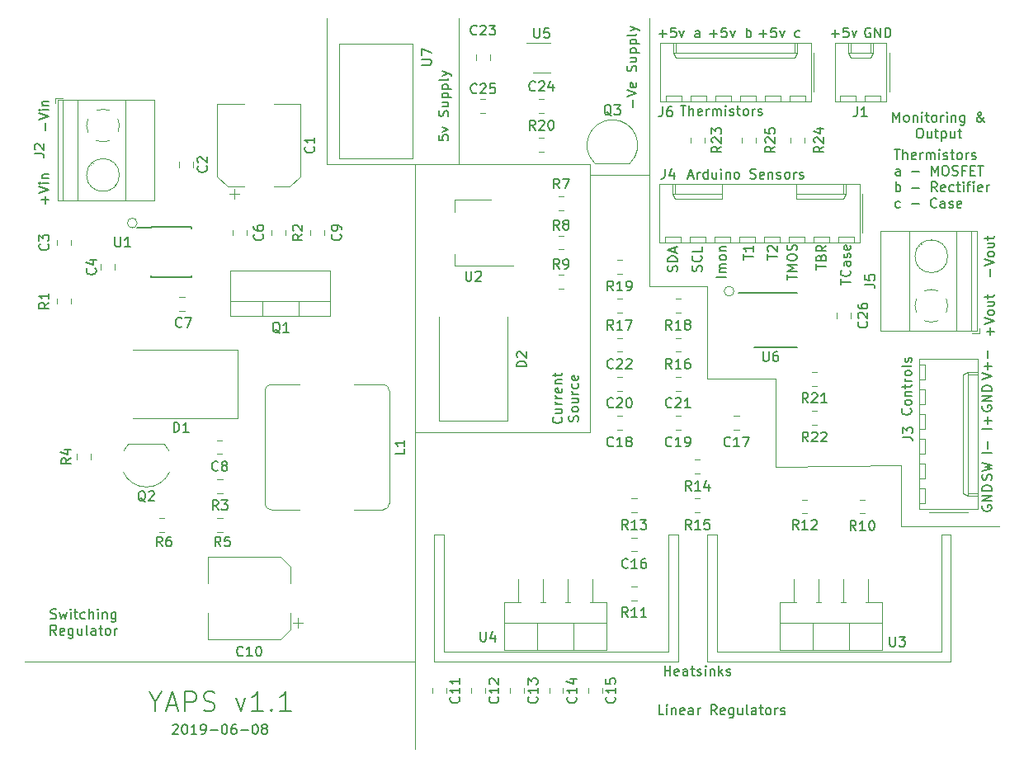
<source format=gto>
G04 #@! TF.GenerationSoftware,KiCad,Pcbnew,(5.1.0-0)*
G04 #@! TF.CreationDate,2019-06-09T17:55:59+01:00*
G04 #@! TF.ProjectId,PowerSupply,506f7765-7253-4757-9070-6c792e6b6963,0.1*
G04 #@! TF.SameCoordinates,Original*
G04 #@! TF.FileFunction,Legend,Top*
G04 #@! TF.FilePolarity,Positive*
%FSLAX46Y46*%
G04 Gerber Fmt 4.6, Leading zero omitted, Abs format (unit mm)*
G04 Created by KiCad (PCBNEW (5.1.0-0)) date 2019-06-09 17:55:59*
%MOMM*%
%LPD*%
G04 APERTURE LIST*
%ADD10C,0.160000*%
%ADD11C,0.120000*%
%ADD12C,0.150000*%
G04 APERTURE END LIST*
D10*
X75142857Y-122547619D02*
X75190476Y-122500000D01*
X75285714Y-122452380D01*
X75523809Y-122452380D01*
X75619047Y-122500000D01*
X75666666Y-122547619D01*
X75714285Y-122642857D01*
X75714285Y-122738095D01*
X75666666Y-122880952D01*
X75095238Y-123452380D01*
X75714285Y-123452380D01*
X76333333Y-122452380D02*
X76428571Y-122452380D01*
X76523809Y-122500000D01*
X76571428Y-122547619D01*
X76619047Y-122642857D01*
X76666666Y-122833333D01*
X76666666Y-123071428D01*
X76619047Y-123261904D01*
X76571428Y-123357142D01*
X76523809Y-123404761D01*
X76428571Y-123452380D01*
X76333333Y-123452380D01*
X76238095Y-123404761D01*
X76190476Y-123357142D01*
X76142857Y-123261904D01*
X76095238Y-123071428D01*
X76095238Y-122833333D01*
X76142857Y-122642857D01*
X76190476Y-122547619D01*
X76238095Y-122500000D01*
X76333333Y-122452380D01*
X77619047Y-123452380D02*
X77047619Y-123452380D01*
X77333333Y-123452380D02*
X77333333Y-122452380D01*
X77238095Y-122595238D01*
X77142857Y-122690476D01*
X77047619Y-122738095D01*
X78095238Y-123452380D02*
X78285714Y-123452380D01*
X78380952Y-123404761D01*
X78428571Y-123357142D01*
X78523809Y-123214285D01*
X78571428Y-123023809D01*
X78571428Y-122642857D01*
X78523809Y-122547619D01*
X78476190Y-122500000D01*
X78380952Y-122452380D01*
X78190476Y-122452380D01*
X78095238Y-122500000D01*
X78047619Y-122547619D01*
X78000000Y-122642857D01*
X78000000Y-122880952D01*
X78047619Y-122976190D01*
X78095238Y-123023809D01*
X78190476Y-123071428D01*
X78380952Y-123071428D01*
X78476190Y-123023809D01*
X78523809Y-122976190D01*
X78571428Y-122880952D01*
X79000000Y-123071428D02*
X79761904Y-123071428D01*
X80428571Y-122452380D02*
X80523809Y-122452380D01*
X80619047Y-122500000D01*
X80666666Y-122547619D01*
X80714285Y-122642857D01*
X80761904Y-122833333D01*
X80761904Y-123071428D01*
X80714285Y-123261904D01*
X80666666Y-123357142D01*
X80619047Y-123404761D01*
X80523809Y-123452380D01*
X80428571Y-123452380D01*
X80333333Y-123404761D01*
X80285714Y-123357142D01*
X80238095Y-123261904D01*
X80190476Y-123071428D01*
X80190476Y-122833333D01*
X80238095Y-122642857D01*
X80285714Y-122547619D01*
X80333333Y-122500000D01*
X80428571Y-122452380D01*
X81619047Y-122452380D02*
X81428571Y-122452380D01*
X81333333Y-122500000D01*
X81285714Y-122547619D01*
X81190476Y-122690476D01*
X81142857Y-122880952D01*
X81142857Y-123261904D01*
X81190476Y-123357142D01*
X81238095Y-123404761D01*
X81333333Y-123452380D01*
X81523809Y-123452380D01*
X81619047Y-123404761D01*
X81666666Y-123357142D01*
X81714285Y-123261904D01*
X81714285Y-123023809D01*
X81666666Y-122928571D01*
X81619047Y-122880952D01*
X81523809Y-122833333D01*
X81333333Y-122833333D01*
X81238095Y-122880952D01*
X81190476Y-122928571D01*
X81142857Y-123023809D01*
X82142857Y-123071428D02*
X82904761Y-123071428D01*
X83571428Y-122452380D02*
X83666666Y-122452380D01*
X83761904Y-122500000D01*
X83809523Y-122547619D01*
X83857142Y-122642857D01*
X83904761Y-122833333D01*
X83904761Y-123071428D01*
X83857142Y-123261904D01*
X83809523Y-123357142D01*
X83761904Y-123404761D01*
X83666666Y-123452380D01*
X83571428Y-123452380D01*
X83476190Y-123404761D01*
X83428571Y-123357142D01*
X83380952Y-123261904D01*
X83333333Y-123071428D01*
X83333333Y-122833333D01*
X83380952Y-122642857D01*
X83428571Y-122547619D01*
X83476190Y-122500000D01*
X83571428Y-122452380D01*
X84476190Y-122880952D02*
X84380952Y-122833333D01*
X84333333Y-122785714D01*
X84285714Y-122690476D01*
X84285714Y-122642857D01*
X84333333Y-122547619D01*
X84380952Y-122500000D01*
X84476190Y-122452380D01*
X84666666Y-122452380D01*
X84761904Y-122500000D01*
X84809523Y-122547619D01*
X84857142Y-122642857D01*
X84857142Y-122690476D01*
X84809523Y-122785714D01*
X84761904Y-122833333D01*
X84666666Y-122880952D01*
X84476190Y-122880952D01*
X84380952Y-122928571D01*
X84333333Y-122976190D01*
X84285714Y-123071428D01*
X84285714Y-123261904D01*
X84333333Y-123357142D01*
X84380952Y-123404761D01*
X84476190Y-123452380D01*
X84666666Y-123452380D01*
X84761904Y-123404761D01*
X84809523Y-123357142D01*
X84857142Y-123261904D01*
X84857142Y-123071428D01*
X84809523Y-122976190D01*
X84761904Y-122928571D01*
X84666666Y-122880952D01*
D11*
X132750000Y-78000000D02*
G75*
G03X132750000Y-78000000I-500000J0D01*
G01*
D10*
X150857142Y-90059523D02*
X150904761Y-90107142D01*
X150952380Y-90250000D01*
X150952380Y-90345238D01*
X150904761Y-90488095D01*
X150809523Y-90583333D01*
X150714285Y-90630952D01*
X150523809Y-90678571D01*
X150380952Y-90678571D01*
X150190476Y-90630952D01*
X150095238Y-90583333D01*
X150000000Y-90488095D01*
X149952380Y-90345238D01*
X149952380Y-90250000D01*
X150000000Y-90107142D01*
X150047619Y-90059523D01*
X150952380Y-89488095D02*
X150904761Y-89583333D01*
X150857142Y-89630952D01*
X150761904Y-89678571D01*
X150476190Y-89678571D01*
X150380952Y-89630952D01*
X150333333Y-89583333D01*
X150285714Y-89488095D01*
X150285714Y-89345238D01*
X150333333Y-89250000D01*
X150380952Y-89202380D01*
X150476190Y-89154761D01*
X150761904Y-89154761D01*
X150857142Y-89202380D01*
X150904761Y-89250000D01*
X150952380Y-89345238D01*
X150952380Y-89488095D01*
X150285714Y-88726190D02*
X150952380Y-88726190D01*
X150380952Y-88726190D02*
X150333333Y-88678571D01*
X150285714Y-88583333D01*
X150285714Y-88440476D01*
X150333333Y-88345238D01*
X150428571Y-88297619D01*
X150952380Y-88297619D01*
X150285714Y-87964285D02*
X150285714Y-87583333D01*
X149952380Y-87821428D02*
X150809523Y-87821428D01*
X150904761Y-87773809D01*
X150952380Y-87678571D01*
X150952380Y-87583333D01*
X150952380Y-87250000D02*
X150285714Y-87250000D01*
X150476190Y-87250000D02*
X150380952Y-87202380D01*
X150333333Y-87154761D01*
X150285714Y-87059523D01*
X150285714Y-86964285D01*
X150952380Y-86488095D02*
X150904761Y-86583333D01*
X150857142Y-86630952D01*
X150761904Y-86678571D01*
X150476190Y-86678571D01*
X150380952Y-86630952D01*
X150333333Y-86583333D01*
X150285714Y-86488095D01*
X150285714Y-86345238D01*
X150333333Y-86250000D01*
X150380952Y-86202380D01*
X150476190Y-86154761D01*
X150761904Y-86154761D01*
X150857142Y-86202380D01*
X150904761Y-86250000D01*
X150952380Y-86345238D01*
X150952380Y-86488095D01*
X150952380Y-85583333D02*
X150904761Y-85678571D01*
X150809523Y-85726190D01*
X149952380Y-85726190D01*
X150904761Y-85250000D02*
X150952380Y-85154761D01*
X150952380Y-84964285D01*
X150904761Y-84869047D01*
X150809523Y-84821428D01*
X150761904Y-84821428D01*
X150666666Y-84869047D01*
X150619047Y-84964285D01*
X150619047Y-85107142D01*
X150571428Y-85202380D01*
X150476190Y-85250000D01*
X150428571Y-85250000D01*
X150333333Y-85202380D01*
X150285714Y-85107142D01*
X150285714Y-84964285D01*
X150333333Y-84869047D01*
X158202380Y-87071428D02*
X159202380Y-86738095D01*
X158202380Y-86404761D01*
X158821428Y-86071428D02*
X158821428Y-85309523D01*
X159202380Y-85690476D02*
X158440476Y-85690476D01*
X158821428Y-84833333D02*
X158821428Y-84071428D01*
X159202380Y-94619047D02*
X158202380Y-94619047D01*
X158821428Y-94142857D02*
X158821428Y-93380952D01*
X159202380Y-92119047D02*
X158202380Y-92119047D01*
X158821428Y-91642857D02*
X158821428Y-90880952D01*
X159202380Y-91261904D02*
X158440476Y-91261904D01*
X159154761Y-97357142D02*
X159202380Y-97214285D01*
X159202380Y-96976190D01*
X159154761Y-96880952D01*
X159107142Y-96833333D01*
X159011904Y-96785714D01*
X158916666Y-96785714D01*
X158821428Y-96833333D01*
X158773809Y-96880952D01*
X158726190Y-96976190D01*
X158678571Y-97166666D01*
X158630952Y-97261904D01*
X158583333Y-97309523D01*
X158488095Y-97357142D01*
X158392857Y-97357142D01*
X158297619Y-97309523D01*
X158250000Y-97261904D01*
X158202380Y-97166666D01*
X158202380Y-96928571D01*
X158250000Y-96785714D01*
X158202380Y-96452380D02*
X159202380Y-96214285D01*
X158488095Y-96023809D01*
X159202380Y-95833333D01*
X158202380Y-95595238D01*
X158250000Y-100011904D02*
X158202380Y-100107142D01*
X158202380Y-100250000D01*
X158250000Y-100392857D01*
X158345238Y-100488095D01*
X158440476Y-100535714D01*
X158630952Y-100583333D01*
X158773809Y-100583333D01*
X158964285Y-100535714D01*
X159059523Y-100488095D01*
X159154761Y-100392857D01*
X159202380Y-100250000D01*
X159202380Y-100154761D01*
X159154761Y-100011904D01*
X159107142Y-99964285D01*
X158773809Y-99964285D01*
X158773809Y-100154761D01*
X159202380Y-99535714D02*
X158202380Y-99535714D01*
X159202380Y-98964285D01*
X158202380Y-98964285D01*
X159202380Y-98488095D02*
X158202380Y-98488095D01*
X158202380Y-98250000D01*
X158250000Y-98107142D01*
X158345238Y-98011904D01*
X158440476Y-97964285D01*
X158630952Y-97916666D01*
X158773809Y-97916666D01*
X158964285Y-97964285D01*
X159059523Y-98011904D01*
X159154761Y-98107142D01*
X159202380Y-98250000D01*
X159202380Y-98488095D01*
X158250000Y-89761904D02*
X158202380Y-89857142D01*
X158202380Y-90000000D01*
X158250000Y-90142857D01*
X158345238Y-90238095D01*
X158440476Y-90285714D01*
X158630952Y-90333333D01*
X158773809Y-90333333D01*
X158964285Y-90285714D01*
X159059523Y-90238095D01*
X159154761Y-90142857D01*
X159202380Y-90000000D01*
X159202380Y-89904761D01*
X159154761Y-89761904D01*
X159107142Y-89714285D01*
X158773809Y-89714285D01*
X158773809Y-89904761D01*
X159202380Y-89285714D02*
X158202380Y-89285714D01*
X159202380Y-88714285D01*
X158202380Y-88714285D01*
X159202380Y-88238095D02*
X158202380Y-88238095D01*
X158202380Y-88000000D01*
X158250000Y-87857142D01*
X158345238Y-87761904D01*
X158440476Y-87714285D01*
X158630952Y-87666666D01*
X158773809Y-87666666D01*
X158964285Y-87714285D01*
X159059523Y-87761904D01*
X159154761Y-87857142D01*
X159202380Y-88000000D01*
X159202380Y-88238095D01*
X149199238Y-63462380D02*
X149770666Y-63462380D01*
X149484952Y-64462380D02*
X149484952Y-63462380D01*
X150104000Y-64462380D02*
X150104000Y-63462380D01*
X150532571Y-64462380D02*
X150532571Y-63938571D01*
X150484952Y-63843333D01*
X150389714Y-63795714D01*
X150246857Y-63795714D01*
X150151619Y-63843333D01*
X150104000Y-63890952D01*
X151389714Y-64414761D02*
X151294476Y-64462380D01*
X151104000Y-64462380D01*
X151008761Y-64414761D01*
X150961142Y-64319523D01*
X150961142Y-63938571D01*
X151008761Y-63843333D01*
X151104000Y-63795714D01*
X151294476Y-63795714D01*
X151389714Y-63843333D01*
X151437333Y-63938571D01*
X151437333Y-64033809D01*
X150961142Y-64129047D01*
X151865904Y-64462380D02*
X151865904Y-63795714D01*
X151865904Y-63986190D02*
X151913523Y-63890952D01*
X151961142Y-63843333D01*
X152056380Y-63795714D01*
X152151619Y-63795714D01*
X152484952Y-64462380D02*
X152484952Y-63795714D01*
X152484952Y-63890952D02*
X152532571Y-63843333D01*
X152627809Y-63795714D01*
X152770666Y-63795714D01*
X152865904Y-63843333D01*
X152913523Y-63938571D01*
X152913523Y-64462380D01*
X152913523Y-63938571D02*
X152961142Y-63843333D01*
X153056380Y-63795714D01*
X153199238Y-63795714D01*
X153294476Y-63843333D01*
X153342095Y-63938571D01*
X153342095Y-64462380D01*
X153818285Y-64462380D02*
X153818285Y-63795714D01*
X153818285Y-63462380D02*
X153770666Y-63510000D01*
X153818285Y-63557619D01*
X153865904Y-63510000D01*
X153818285Y-63462380D01*
X153818285Y-63557619D01*
X154246857Y-64414761D02*
X154342095Y-64462380D01*
X154532571Y-64462380D01*
X154627809Y-64414761D01*
X154675428Y-64319523D01*
X154675428Y-64271904D01*
X154627809Y-64176666D01*
X154532571Y-64129047D01*
X154389714Y-64129047D01*
X154294476Y-64081428D01*
X154246857Y-63986190D01*
X154246857Y-63938571D01*
X154294476Y-63843333D01*
X154389714Y-63795714D01*
X154532571Y-63795714D01*
X154627809Y-63843333D01*
X154961142Y-63795714D02*
X155342095Y-63795714D01*
X155104000Y-63462380D02*
X155104000Y-64319523D01*
X155151619Y-64414761D01*
X155246857Y-64462380D01*
X155342095Y-64462380D01*
X155818285Y-64462380D02*
X155723047Y-64414761D01*
X155675428Y-64367142D01*
X155627809Y-64271904D01*
X155627809Y-63986190D01*
X155675428Y-63890952D01*
X155723047Y-63843333D01*
X155818285Y-63795714D01*
X155961142Y-63795714D01*
X156056380Y-63843333D01*
X156104000Y-63890952D01*
X156151619Y-63986190D01*
X156151619Y-64271904D01*
X156104000Y-64367142D01*
X156056380Y-64414761D01*
X155961142Y-64462380D01*
X155818285Y-64462380D01*
X156580190Y-64462380D02*
X156580190Y-63795714D01*
X156580190Y-63986190D02*
X156627809Y-63890952D01*
X156675428Y-63843333D01*
X156770666Y-63795714D01*
X156865904Y-63795714D01*
X157151619Y-64414761D02*
X157246857Y-64462380D01*
X157437333Y-64462380D01*
X157532571Y-64414761D01*
X157580190Y-64319523D01*
X157580190Y-64271904D01*
X157532571Y-64176666D01*
X157437333Y-64129047D01*
X157294476Y-64129047D01*
X157199238Y-64081428D01*
X157151619Y-63986190D01*
X157151619Y-63938571D01*
X157199238Y-63843333D01*
X157294476Y-63795714D01*
X157437333Y-63795714D01*
X157532571Y-63843333D01*
X149770666Y-66122380D02*
X149770666Y-65598571D01*
X149723047Y-65503333D01*
X149627809Y-65455714D01*
X149437333Y-65455714D01*
X149342095Y-65503333D01*
X149770666Y-66074761D02*
X149675428Y-66122380D01*
X149437333Y-66122380D01*
X149342095Y-66074761D01*
X149294476Y-65979523D01*
X149294476Y-65884285D01*
X149342095Y-65789047D01*
X149437333Y-65741428D01*
X149675428Y-65741428D01*
X149770666Y-65693809D01*
X151008761Y-65741428D02*
X151770666Y-65741428D01*
X153008761Y-66122380D02*
X153008761Y-65122380D01*
X153342095Y-65836666D01*
X153675428Y-65122380D01*
X153675428Y-66122380D01*
X154342095Y-65122380D02*
X154532571Y-65122380D01*
X154627809Y-65170000D01*
X154723047Y-65265238D01*
X154770666Y-65455714D01*
X154770666Y-65789047D01*
X154723047Y-65979523D01*
X154627809Y-66074761D01*
X154532571Y-66122380D01*
X154342095Y-66122380D01*
X154246857Y-66074761D01*
X154151619Y-65979523D01*
X154104000Y-65789047D01*
X154104000Y-65455714D01*
X154151619Y-65265238D01*
X154246857Y-65170000D01*
X154342095Y-65122380D01*
X155151619Y-66074761D02*
X155294476Y-66122380D01*
X155532571Y-66122380D01*
X155627809Y-66074761D01*
X155675428Y-66027142D01*
X155723047Y-65931904D01*
X155723047Y-65836666D01*
X155675428Y-65741428D01*
X155627809Y-65693809D01*
X155532571Y-65646190D01*
X155342095Y-65598571D01*
X155246857Y-65550952D01*
X155199238Y-65503333D01*
X155151619Y-65408095D01*
X155151619Y-65312857D01*
X155199238Y-65217619D01*
X155246857Y-65170000D01*
X155342095Y-65122380D01*
X155580190Y-65122380D01*
X155723047Y-65170000D01*
X156484952Y-65598571D02*
X156151619Y-65598571D01*
X156151619Y-66122380D02*
X156151619Y-65122380D01*
X156627809Y-65122380D01*
X157008761Y-65598571D02*
X157342095Y-65598571D01*
X157484952Y-66122380D02*
X157008761Y-66122380D01*
X157008761Y-65122380D01*
X157484952Y-65122380D01*
X157770666Y-65122380D02*
X158342095Y-65122380D01*
X158056380Y-66122380D02*
X158056380Y-65122380D01*
X149342095Y-67782380D02*
X149342095Y-66782380D01*
X149342095Y-67163333D02*
X149437333Y-67115714D01*
X149627809Y-67115714D01*
X149723047Y-67163333D01*
X149770666Y-67210952D01*
X149818285Y-67306190D01*
X149818285Y-67591904D01*
X149770666Y-67687142D01*
X149723047Y-67734761D01*
X149627809Y-67782380D01*
X149437333Y-67782380D01*
X149342095Y-67734761D01*
X151008761Y-67401428D02*
X151770666Y-67401428D01*
X153580190Y-67782380D02*
X153246857Y-67306190D01*
X153008761Y-67782380D02*
X153008761Y-66782380D01*
X153389714Y-66782380D01*
X153484952Y-66830000D01*
X153532571Y-66877619D01*
X153580190Y-66972857D01*
X153580190Y-67115714D01*
X153532571Y-67210952D01*
X153484952Y-67258571D01*
X153389714Y-67306190D01*
X153008761Y-67306190D01*
X154389714Y-67734761D02*
X154294476Y-67782380D01*
X154104000Y-67782380D01*
X154008761Y-67734761D01*
X153961142Y-67639523D01*
X153961142Y-67258571D01*
X154008761Y-67163333D01*
X154104000Y-67115714D01*
X154294476Y-67115714D01*
X154389714Y-67163333D01*
X154437333Y-67258571D01*
X154437333Y-67353809D01*
X153961142Y-67449047D01*
X155294476Y-67734761D02*
X155199238Y-67782380D01*
X155008761Y-67782380D01*
X154913523Y-67734761D01*
X154865904Y-67687142D01*
X154818285Y-67591904D01*
X154818285Y-67306190D01*
X154865904Y-67210952D01*
X154913523Y-67163333D01*
X155008761Y-67115714D01*
X155199238Y-67115714D01*
X155294476Y-67163333D01*
X155580190Y-67115714D02*
X155961142Y-67115714D01*
X155723047Y-66782380D02*
X155723047Y-67639523D01*
X155770666Y-67734761D01*
X155865904Y-67782380D01*
X155961142Y-67782380D01*
X156294476Y-67782380D02*
X156294476Y-67115714D01*
X156294476Y-66782380D02*
X156246857Y-66830000D01*
X156294476Y-66877619D01*
X156342095Y-66830000D01*
X156294476Y-66782380D01*
X156294476Y-66877619D01*
X156627809Y-67115714D02*
X157008761Y-67115714D01*
X156770666Y-67782380D02*
X156770666Y-66925238D01*
X156818285Y-66830000D01*
X156913523Y-66782380D01*
X157008761Y-66782380D01*
X157342095Y-67782380D02*
X157342095Y-67115714D01*
X157342095Y-66782380D02*
X157294476Y-66830000D01*
X157342095Y-66877619D01*
X157389714Y-66830000D01*
X157342095Y-66782380D01*
X157342095Y-66877619D01*
X158199238Y-67734761D02*
X158104000Y-67782380D01*
X157913523Y-67782380D01*
X157818285Y-67734761D01*
X157770666Y-67639523D01*
X157770666Y-67258571D01*
X157818285Y-67163333D01*
X157913523Y-67115714D01*
X158104000Y-67115714D01*
X158199238Y-67163333D01*
X158246857Y-67258571D01*
X158246857Y-67353809D01*
X157770666Y-67449047D01*
X158675428Y-67782380D02*
X158675428Y-67115714D01*
X158675428Y-67306190D02*
X158723047Y-67210952D01*
X158770666Y-67163333D01*
X158865904Y-67115714D01*
X158961142Y-67115714D01*
X149770666Y-69394761D02*
X149675428Y-69442380D01*
X149484952Y-69442380D01*
X149389714Y-69394761D01*
X149342095Y-69347142D01*
X149294476Y-69251904D01*
X149294476Y-68966190D01*
X149342095Y-68870952D01*
X149389714Y-68823333D01*
X149484952Y-68775714D01*
X149675428Y-68775714D01*
X149770666Y-68823333D01*
X150961142Y-69061428D02*
X151723047Y-69061428D01*
X153532571Y-69347142D02*
X153484952Y-69394761D01*
X153342095Y-69442380D01*
X153246857Y-69442380D01*
X153104000Y-69394761D01*
X153008761Y-69299523D01*
X152961142Y-69204285D01*
X152913523Y-69013809D01*
X152913523Y-68870952D01*
X152961142Y-68680476D01*
X153008761Y-68585238D01*
X153104000Y-68490000D01*
X153246857Y-68442380D01*
X153342095Y-68442380D01*
X153484952Y-68490000D01*
X153532571Y-68537619D01*
X154389714Y-69442380D02*
X154389714Y-68918571D01*
X154342095Y-68823333D01*
X154246857Y-68775714D01*
X154056380Y-68775714D01*
X153961142Y-68823333D01*
X154389714Y-69394761D02*
X154294476Y-69442380D01*
X154056380Y-69442380D01*
X153961142Y-69394761D01*
X153913523Y-69299523D01*
X153913523Y-69204285D01*
X153961142Y-69109047D01*
X154056380Y-69061428D01*
X154294476Y-69061428D01*
X154389714Y-69013809D01*
X154818285Y-69394761D02*
X154913523Y-69442380D01*
X155104000Y-69442380D01*
X155199238Y-69394761D01*
X155246857Y-69299523D01*
X155246857Y-69251904D01*
X155199238Y-69156666D01*
X155104000Y-69109047D01*
X154961142Y-69109047D01*
X154865904Y-69061428D01*
X154818285Y-68966190D01*
X154818285Y-68918571D01*
X154865904Y-68823333D01*
X154961142Y-68775714D01*
X155104000Y-68775714D01*
X155199238Y-68823333D01*
X156056380Y-69394761D02*
X155961142Y-69442380D01*
X155770666Y-69442380D01*
X155675428Y-69394761D01*
X155627809Y-69299523D01*
X155627809Y-68918571D01*
X155675428Y-68823333D01*
X155770666Y-68775714D01*
X155961142Y-68775714D01*
X156056380Y-68823333D01*
X156104000Y-68918571D01*
X156104000Y-69013809D01*
X155627809Y-69109047D01*
X139488095Y-51904761D02*
X139392857Y-51952380D01*
X139202380Y-51952380D01*
X139107142Y-51904761D01*
X139059523Y-51857142D01*
X139011904Y-51761904D01*
X139011904Y-51476190D01*
X139059523Y-51380952D01*
X139107142Y-51333333D01*
X139202380Y-51285714D01*
X139392857Y-51285714D01*
X139488095Y-51333333D01*
X134035714Y-51952380D02*
X134035714Y-50952380D01*
X134035714Y-51333333D02*
X134130952Y-51285714D01*
X134321428Y-51285714D01*
X134416666Y-51333333D01*
X134464285Y-51380952D01*
X134511904Y-51476190D01*
X134511904Y-51761904D01*
X134464285Y-51857142D01*
X134416666Y-51904761D01*
X134321428Y-51952380D01*
X134130952Y-51952380D01*
X134035714Y-51904761D01*
X129214285Y-51952380D02*
X129214285Y-51428571D01*
X129166666Y-51333333D01*
X129071428Y-51285714D01*
X128880952Y-51285714D01*
X128785714Y-51333333D01*
X129214285Y-51904761D02*
X129119047Y-51952380D01*
X128880952Y-51952380D01*
X128785714Y-51904761D01*
X128738095Y-51809523D01*
X128738095Y-51714285D01*
X128785714Y-51619047D01*
X128880952Y-51571428D01*
X129119047Y-51571428D01*
X129214285Y-51523809D01*
X127261904Y-58952380D02*
X127833333Y-58952380D01*
X127547619Y-59952380D02*
X127547619Y-58952380D01*
X128166666Y-59952380D02*
X128166666Y-58952380D01*
X128595238Y-59952380D02*
X128595238Y-59428571D01*
X128547619Y-59333333D01*
X128452380Y-59285714D01*
X128309523Y-59285714D01*
X128214285Y-59333333D01*
X128166666Y-59380952D01*
X129452380Y-59904761D02*
X129357142Y-59952380D01*
X129166666Y-59952380D01*
X129071428Y-59904761D01*
X129023809Y-59809523D01*
X129023809Y-59428571D01*
X129071428Y-59333333D01*
X129166666Y-59285714D01*
X129357142Y-59285714D01*
X129452380Y-59333333D01*
X129500000Y-59428571D01*
X129500000Y-59523809D01*
X129023809Y-59619047D01*
X129928571Y-59952380D02*
X129928571Y-59285714D01*
X129928571Y-59476190D02*
X129976190Y-59380952D01*
X130023809Y-59333333D01*
X130119047Y-59285714D01*
X130214285Y-59285714D01*
X130547619Y-59952380D02*
X130547619Y-59285714D01*
X130547619Y-59380952D02*
X130595238Y-59333333D01*
X130690476Y-59285714D01*
X130833333Y-59285714D01*
X130928571Y-59333333D01*
X130976190Y-59428571D01*
X130976190Y-59952380D01*
X130976190Y-59428571D02*
X131023809Y-59333333D01*
X131119047Y-59285714D01*
X131261904Y-59285714D01*
X131357142Y-59333333D01*
X131404761Y-59428571D01*
X131404761Y-59952380D01*
X131880952Y-59952380D02*
X131880952Y-59285714D01*
X131880952Y-58952380D02*
X131833333Y-59000000D01*
X131880952Y-59047619D01*
X131928571Y-59000000D01*
X131880952Y-58952380D01*
X131880952Y-59047619D01*
X132309523Y-59904761D02*
X132404761Y-59952380D01*
X132595238Y-59952380D01*
X132690476Y-59904761D01*
X132738095Y-59809523D01*
X132738095Y-59761904D01*
X132690476Y-59666666D01*
X132595238Y-59619047D01*
X132452380Y-59619047D01*
X132357142Y-59571428D01*
X132309523Y-59476190D01*
X132309523Y-59428571D01*
X132357142Y-59333333D01*
X132452380Y-59285714D01*
X132595238Y-59285714D01*
X132690476Y-59333333D01*
X133023809Y-59285714D02*
X133404761Y-59285714D01*
X133166666Y-58952380D02*
X133166666Y-59809523D01*
X133214285Y-59904761D01*
X133309523Y-59952380D01*
X133404761Y-59952380D01*
X133880952Y-59952380D02*
X133785714Y-59904761D01*
X133738095Y-59857142D01*
X133690476Y-59761904D01*
X133690476Y-59476190D01*
X133738095Y-59380952D01*
X133785714Y-59333333D01*
X133880952Y-59285714D01*
X134023809Y-59285714D01*
X134119047Y-59333333D01*
X134166666Y-59380952D01*
X134214285Y-59476190D01*
X134214285Y-59761904D01*
X134166666Y-59857142D01*
X134119047Y-59904761D01*
X134023809Y-59952380D01*
X133880952Y-59952380D01*
X134642857Y-59952380D02*
X134642857Y-59285714D01*
X134642857Y-59476190D02*
X134690476Y-59380952D01*
X134738095Y-59333333D01*
X134833333Y-59285714D01*
X134928571Y-59285714D01*
X135214285Y-59904761D02*
X135309523Y-59952380D01*
X135500000Y-59952380D01*
X135595238Y-59904761D01*
X135642857Y-59809523D01*
X135642857Y-59761904D01*
X135595238Y-59666666D01*
X135500000Y-59619047D01*
X135357142Y-59619047D01*
X135261904Y-59571428D01*
X135214285Y-59476190D01*
X135214285Y-59428571D01*
X135261904Y-59333333D01*
X135357142Y-59285714D01*
X135500000Y-59285714D01*
X135595238Y-59333333D01*
X128095238Y-66166666D02*
X128571428Y-66166666D01*
X128000000Y-66452380D02*
X128333333Y-65452380D01*
X128666666Y-66452380D01*
X129000000Y-66452380D02*
X129000000Y-65785714D01*
X129000000Y-65976190D02*
X129047619Y-65880952D01*
X129095238Y-65833333D01*
X129190476Y-65785714D01*
X129285714Y-65785714D01*
X130047619Y-66452380D02*
X130047619Y-65452380D01*
X130047619Y-66404761D02*
X129952380Y-66452380D01*
X129761904Y-66452380D01*
X129666666Y-66404761D01*
X129619047Y-66357142D01*
X129571428Y-66261904D01*
X129571428Y-65976190D01*
X129619047Y-65880952D01*
X129666666Y-65833333D01*
X129761904Y-65785714D01*
X129952380Y-65785714D01*
X130047619Y-65833333D01*
X130952380Y-65785714D02*
X130952380Y-66452380D01*
X130523809Y-65785714D02*
X130523809Y-66309523D01*
X130571428Y-66404761D01*
X130666666Y-66452380D01*
X130809523Y-66452380D01*
X130904761Y-66404761D01*
X130952380Y-66357142D01*
X131428571Y-66452380D02*
X131428571Y-65785714D01*
X131428571Y-65452380D02*
X131380952Y-65500000D01*
X131428571Y-65547619D01*
X131476190Y-65500000D01*
X131428571Y-65452380D01*
X131428571Y-65547619D01*
X131904761Y-65785714D02*
X131904761Y-66452380D01*
X131904761Y-65880952D02*
X131952380Y-65833333D01*
X132047619Y-65785714D01*
X132190476Y-65785714D01*
X132285714Y-65833333D01*
X132333333Y-65928571D01*
X132333333Y-66452380D01*
X132952380Y-66452380D02*
X132857142Y-66404761D01*
X132809523Y-66357142D01*
X132761904Y-66261904D01*
X132761904Y-65976190D01*
X132809523Y-65880952D01*
X132857142Y-65833333D01*
X132952380Y-65785714D01*
X133095238Y-65785714D01*
X133190476Y-65833333D01*
X133238095Y-65880952D01*
X133285714Y-65976190D01*
X133285714Y-66261904D01*
X133238095Y-66357142D01*
X133190476Y-66404761D01*
X133095238Y-66452380D01*
X132952380Y-66452380D01*
X134428571Y-66404761D02*
X134571428Y-66452380D01*
X134809523Y-66452380D01*
X134904761Y-66404761D01*
X134952380Y-66357142D01*
X135000000Y-66261904D01*
X135000000Y-66166666D01*
X134952380Y-66071428D01*
X134904761Y-66023809D01*
X134809523Y-65976190D01*
X134619047Y-65928571D01*
X134523809Y-65880952D01*
X134476190Y-65833333D01*
X134428571Y-65738095D01*
X134428571Y-65642857D01*
X134476190Y-65547619D01*
X134523809Y-65500000D01*
X134619047Y-65452380D01*
X134857142Y-65452380D01*
X135000000Y-65500000D01*
X135809523Y-66404761D02*
X135714285Y-66452380D01*
X135523809Y-66452380D01*
X135428571Y-66404761D01*
X135380952Y-66309523D01*
X135380952Y-65928571D01*
X135428571Y-65833333D01*
X135523809Y-65785714D01*
X135714285Y-65785714D01*
X135809523Y-65833333D01*
X135857142Y-65928571D01*
X135857142Y-66023809D01*
X135380952Y-66119047D01*
X136285714Y-65785714D02*
X136285714Y-66452380D01*
X136285714Y-65880952D02*
X136333333Y-65833333D01*
X136428571Y-65785714D01*
X136571428Y-65785714D01*
X136666666Y-65833333D01*
X136714285Y-65928571D01*
X136714285Y-66452380D01*
X137142857Y-66404761D02*
X137238095Y-66452380D01*
X137428571Y-66452380D01*
X137523809Y-66404761D01*
X137571428Y-66309523D01*
X137571428Y-66261904D01*
X137523809Y-66166666D01*
X137428571Y-66119047D01*
X137285714Y-66119047D01*
X137190476Y-66071428D01*
X137142857Y-65976190D01*
X137142857Y-65928571D01*
X137190476Y-65833333D01*
X137285714Y-65785714D01*
X137428571Y-65785714D01*
X137523809Y-65833333D01*
X138142857Y-66452380D02*
X138047619Y-66404761D01*
X138000000Y-66357142D01*
X137952380Y-66261904D01*
X137952380Y-65976190D01*
X138000000Y-65880952D01*
X138047619Y-65833333D01*
X138142857Y-65785714D01*
X138285714Y-65785714D01*
X138380952Y-65833333D01*
X138428571Y-65880952D01*
X138476190Y-65976190D01*
X138476190Y-66261904D01*
X138428571Y-66357142D01*
X138380952Y-66404761D01*
X138285714Y-66452380D01*
X138142857Y-66452380D01*
X138904761Y-66452380D02*
X138904761Y-65785714D01*
X138904761Y-65976190D02*
X138952380Y-65880952D01*
X139000000Y-65833333D01*
X139095238Y-65785714D01*
X139190476Y-65785714D01*
X139476190Y-66404761D02*
X139571428Y-66452380D01*
X139761904Y-66452380D01*
X139857142Y-66404761D01*
X139904761Y-66309523D01*
X139904761Y-66261904D01*
X139857142Y-66166666D01*
X139761904Y-66119047D01*
X139619047Y-66119047D01*
X139523809Y-66071428D01*
X139476190Y-65976190D01*
X139476190Y-65928571D01*
X139523809Y-65833333D01*
X139619047Y-65785714D01*
X139761904Y-65785714D01*
X139857142Y-65833333D01*
X143702380Y-77321428D02*
X143702380Y-76750000D01*
X144702380Y-77035714D02*
X143702380Y-77035714D01*
X144607142Y-75845238D02*
X144654761Y-75892857D01*
X144702380Y-76035714D01*
X144702380Y-76130952D01*
X144654761Y-76273809D01*
X144559523Y-76369047D01*
X144464285Y-76416666D01*
X144273809Y-76464285D01*
X144130952Y-76464285D01*
X143940476Y-76416666D01*
X143845238Y-76369047D01*
X143750000Y-76273809D01*
X143702380Y-76130952D01*
X143702380Y-76035714D01*
X143750000Y-75892857D01*
X143797619Y-75845238D01*
X144702380Y-74988095D02*
X144178571Y-74988095D01*
X144083333Y-75035714D01*
X144035714Y-75130952D01*
X144035714Y-75321428D01*
X144083333Y-75416666D01*
X144654761Y-74988095D02*
X144702380Y-75083333D01*
X144702380Y-75321428D01*
X144654761Y-75416666D01*
X144559523Y-75464285D01*
X144464285Y-75464285D01*
X144369047Y-75416666D01*
X144321428Y-75321428D01*
X144321428Y-75083333D01*
X144273809Y-74988095D01*
X144654761Y-74559523D02*
X144702380Y-74464285D01*
X144702380Y-74273809D01*
X144654761Y-74178571D01*
X144559523Y-74130952D01*
X144511904Y-74130952D01*
X144416666Y-74178571D01*
X144369047Y-74273809D01*
X144369047Y-74416666D01*
X144321428Y-74511904D01*
X144226190Y-74559523D01*
X144178571Y-74559523D01*
X144083333Y-74511904D01*
X144035714Y-74416666D01*
X144035714Y-74273809D01*
X144083333Y-74178571D01*
X144654761Y-73321428D02*
X144702380Y-73416666D01*
X144702380Y-73607142D01*
X144654761Y-73702380D01*
X144559523Y-73750000D01*
X144178571Y-73750000D01*
X144083333Y-73702380D01*
X144035714Y-73607142D01*
X144035714Y-73416666D01*
X144083333Y-73321428D01*
X144178571Y-73273809D01*
X144273809Y-73273809D01*
X144369047Y-73750000D01*
X141202380Y-75785714D02*
X141202380Y-75214285D01*
X142202380Y-75500000D02*
X141202380Y-75500000D01*
X141678571Y-74547619D02*
X141726190Y-74404761D01*
X141773809Y-74357142D01*
X141869047Y-74309523D01*
X142011904Y-74309523D01*
X142107142Y-74357142D01*
X142154761Y-74404761D01*
X142202380Y-74500000D01*
X142202380Y-74880952D01*
X141202380Y-74880952D01*
X141202380Y-74547619D01*
X141250000Y-74452380D01*
X141297619Y-74404761D01*
X141392857Y-74357142D01*
X141488095Y-74357142D01*
X141583333Y-74404761D01*
X141630952Y-74452380D01*
X141678571Y-74547619D01*
X141678571Y-74880952D01*
X142202380Y-73309523D02*
X141726190Y-73642857D01*
X142202380Y-73880952D02*
X141202380Y-73880952D01*
X141202380Y-73500000D01*
X141250000Y-73404761D01*
X141297619Y-73357142D01*
X141392857Y-73309523D01*
X141535714Y-73309523D01*
X141630952Y-73357142D01*
X141678571Y-73404761D01*
X141726190Y-73500000D01*
X141726190Y-73880952D01*
X138202380Y-76857142D02*
X138202380Y-76285714D01*
X139202380Y-76571428D02*
X138202380Y-76571428D01*
X139202380Y-75952380D02*
X138202380Y-75952380D01*
X138916666Y-75619047D01*
X138202380Y-75285714D01*
X139202380Y-75285714D01*
X138202380Y-74619047D02*
X138202380Y-74428571D01*
X138250000Y-74333333D01*
X138345238Y-74238095D01*
X138535714Y-74190476D01*
X138869047Y-74190476D01*
X139059523Y-74238095D01*
X139154761Y-74333333D01*
X139202380Y-74428571D01*
X139202380Y-74619047D01*
X139154761Y-74714285D01*
X139059523Y-74809523D01*
X138869047Y-74857142D01*
X138535714Y-74857142D01*
X138345238Y-74809523D01*
X138250000Y-74714285D01*
X138202380Y-74619047D01*
X139154761Y-73809523D02*
X139202380Y-73666666D01*
X139202380Y-73428571D01*
X139154761Y-73333333D01*
X139107142Y-73285714D01*
X139011904Y-73238095D01*
X138916666Y-73238095D01*
X138821428Y-73285714D01*
X138773809Y-73333333D01*
X138726190Y-73428571D01*
X138678571Y-73619047D01*
X138630952Y-73714285D01*
X138583333Y-73761904D01*
X138488095Y-73809523D01*
X138392857Y-73809523D01*
X138297619Y-73761904D01*
X138250000Y-73714285D01*
X138202380Y-73619047D01*
X138202380Y-73380952D01*
X138250000Y-73238095D01*
X136202380Y-74761904D02*
X136202380Y-74190476D01*
X137202380Y-74476190D02*
X136202380Y-74476190D01*
X136297619Y-73904761D02*
X136250000Y-73857142D01*
X136202380Y-73761904D01*
X136202380Y-73523809D01*
X136250000Y-73428571D01*
X136297619Y-73380952D01*
X136392857Y-73333333D01*
X136488095Y-73333333D01*
X136630952Y-73380952D01*
X137202380Y-73952380D01*
X137202380Y-73333333D01*
X133702380Y-74761904D02*
X133702380Y-74190476D01*
X134702380Y-74476190D02*
X133702380Y-74476190D01*
X134702380Y-73333333D02*
X134702380Y-73904761D01*
X134702380Y-73619047D02*
X133702380Y-73619047D01*
X133845238Y-73714285D01*
X133940476Y-73809523D01*
X133988095Y-73904761D01*
X131952380Y-76571428D02*
X130952380Y-76571428D01*
X131952380Y-76095238D02*
X131285714Y-76095238D01*
X131380952Y-76095238D02*
X131333333Y-76047619D01*
X131285714Y-75952380D01*
X131285714Y-75809523D01*
X131333333Y-75714285D01*
X131428571Y-75666666D01*
X131952380Y-75666666D01*
X131428571Y-75666666D02*
X131333333Y-75619047D01*
X131285714Y-75523809D01*
X131285714Y-75380952D01*
X131333333Y-75285714D01*
X131428571Y-75238095D01*
X131952380Y-75238095D01*
X131952380Y-74619047D02*
X131904761Y-74714285D01*
X131857142Y-74761904D01*
X131761904Y-74809523D01*
X131476190Y-74809523D01*
X131380952Y-74761904D01*
X131333333Y-74714285D01*
X131285714Y-74619047D01*
X131285714Y-74476190D01*
X131333333Y-74380952D01*
X131380952Y-74333333D01*
X131476190Y-74285714D01*
X131761904Y-74285714D01*
X131857142Y-74333333D01*
X131904761Y-74380952D01*
X131952380Y-74476190D01*
X131952380Y-74619047D01*
X131285714Y-73857142D02*
X131952380Y-73857142D01*
X131380952Y-73857142D02*
X131333333Y-73809523D01*
X131285714Y-73714285D01*
X131285714Y-73571428D01*
X131333333Y-73476190D01*
X131428571Y-73428571D01*
X131952380Y-73428571D01*
X129404761Y-75940476D02*
X129452380Y-75797619D01*
X129452380Y-75559523D01*
X129404761Y-75464285D01*
X129357142Y-75416666D01*
X129261904Y-75369047D01*
X129166666Y-75369047D01*
X129071428Y-75416666D01*
X129023809Y-75464285D01*
X128976190Y-75559523D01*
X128928571Y-75750000D01*
X128880952Y-75845238D01*
X128833333Y-75892857D01*
X128738095Y-75940476D01*
X128642857Y-75940476D01*
X128547619Y-75892857D01*
X128500000Y-75845238D01*
X128452380Y-75750000D01*
X128452380Y-75511904D01*
X128500000Y-75369047D01*
X129357142Y-74369047D02*
X129404761Y-74416666D01*
X129452380Y-74559523D01*
X129452380Y-74654761D01*
X129404761Y-74797619D01*
X129309523Y-74892857D01*
X129214285Y-74940476D01*
X129023809Y-74988095D01*
X128880952Y-74988095D01*
X128690476Y-74940476D01*
X128595238Y-74892857D01*
X128500000Y-74797619D01*
X128452380Y-74654761D01*
X128452380Y-74559523D01*
X128500000Y-74416666D01*
X128547619Y-74369047D01*
X129452380Y-73464285D02*
X129452380Y-73940476D01*
X128452380Y-73940476D01*
X126904761Y-75964285D02*
X126952380Y-75821428D01*
X126952380Y-75583333D01*
X126904761Y-75488095D01*
X126857142Y-75440476D01*
X126761904Y-75392857D01*
X126666666Y-75392857D01*
X126571428Y-75440476D01*
X126523809Y-75488095D01*
X126476190Y-75583333D01*
X126428571Y-75773809D01*
X126380952Y-75869047D01*
X126333333Y-75916666D01*
X126238095Y-75964285D01*
X126142857Y-75964285D01*
X126047619Y-75916666D01*
X126000000Y-75869047D01*
X125952380Y-75773809D01*
X125952380Y-75535714D01*
X126000000Y-75392857D01*
X126952380Y-74964285D02*
X125952380Y-74964285D01*
X125952380Y-74726190D01*
X126000000Y-74583333D01*
X126095238Y-74488095D01*
X126190476Y-74440476D01*
X126380952Y-74392857D01*
X126523809Y-74392857D01*
X126714285Y-74440476D01*
X126809523Y-74488095D01*
X126904761Y-74583333D01*
X126952380Y-74726190D01*
X126952380Y-74964285D01*
X126666666Y-74011904D02*
X126666666Y-73535714D01*
X126952380Y-74107142D02*
X125952380Y-73773809D01*
X126952380Y-73440476D01*
X159071428Y-76500000D02*
X159071428Y-75738095D01*
X158452380Y-75404761D02*
X159452380Y-75071428D01*
X158452380Y-74738095D01*
X159452380Y-74261904D02*
X159404761Y-74357142D01*
X159357142Y-74404761D01*
X159261904Y-74452380D01*
X158976190Y-74452380D01*
X158880952Y-74404761D01*
X158833333Y-74357142D01*
X158785714Y-74261904D01*
X158785714Y-74119047D01*
X158833333Y-74023809D01*
X158880952Y-73976190D01*
X158976190Y-73928571D01*
X159261904Y-73928571D01*
X159357142Y-73976190D01*
X159404761Y-74023809D01*
X159452380Y-74119047D01*
X159452380Y-74261904D01*
X158785714Y-73071428D02*
X159452380Y-73071428D01*
X158785714Y-73500000D02*
X159309523Y-73500000D01*
X159404761Y-73452380D01*
X159452380Y-73357142D01*
X159452380Y-73214285D01*
X159404761Y-73119047D01*
X159357142Y-73071428D01*
X158785714Y-72738095D02*
X158785714Y-72357142D01*
X158452380Y-72595238D02*
X159309523Y-72595238D01*
X159404761Y-72547619D01*
X159452380Y-72452380D01*
X159452380Y-72357142D01*
X159071428Y-82500000D02*
X159071428Y-81738095D01*
X159452380Y-82119047D02*
X158690476Y-82119047D01*
X158452380Y-81404761D02*
X159452380Y-81071428D01*
X158452380Y-80738095D01*
X159452380Y-80261904D02*
X159404761Y-80357142D01*
X159357142Y-80404761D01*
X159261904Y-80452380D01*
X158976190Y-80452380D01*
X158880952Y-80404761D01*
X158833333Y-80357142D01*
X158785714Y-80261904D01*
X158785714Y-80119047D01*
X158833333Y-80023809D01*
X158880952Y-79976190D01*
X158976190Y-79928571D01*
X159261904Y-79928571D01*
X159357142Y-79976190D01*
X159404761Y-80023809D01*
X159452380Y-80119047D01*
X159452380Y-80261904D01*
X158785714Y-79071428D02*
X159452380Y-79071428D01*
X158785714Y-79500000D02*
X159309523Y-79500000D01*
X159404761Y-79452380D01*
X159452380Y-79357142D01*
X159452380Y-79214285D01*
X159404761Y-79119047D01*
X159357142Y-79071428D01*
X158785714Y-78738095D02*
X158785714Y-78357142D01*
X158452380Y-78595238D02*
X159309523Y-78595238D01*
X159404761Y-78547619D01*
X159452380Y-78452380D01*
X159452380Y-78357142D01*
X146738095Y-51000000D02*
X146642857Y-50952380D01*
X146500000Y-50952380D01*
X146357142Y-51000000D01*
X146261904Y-51095238D01*
X146214285Y-51190476D01*
X146166666Y-51380952D01*
X146166666Y-51523809D01*
X146214285Y-51714285D01*
X146261904Y-51809523D01*
X146357142Y-51904761D01*
X146500000Y-51952380D01*
X146595238Y-51952380D01*
X146738095Y-51904761D01*
X146785714Y-51857142D01*
X146785714Y-51523809D01*
X146595238Y-51523809D01*
X147214285Y-51952380D02*
X147214285Y-50952380D01*
X147785714Y-51952380D01*
X147785714Y-50952380D01*
X148261904Y-51952380D02*
X148261904Y-50952380D01*
X148500000Y-50952380D01*
X148642857Y-51000000D01*
X148738095Y-51095238D01*
X148785714Y-51190476D01*
X148833333Y-51380952D01*
X148833333Y-51523809D01*
X148785714Y-51714285D01*
X148738095Y-51809523D01*
X148642857Y-51904761D01*
X148500000Y-51952380D01*
X148261904Y-51952380D01*
X142761904Y-51571428D02*
X143523809Y-51571428D01*
X143142857Y-51952380D02*
X143142857Y-51190476D01*
X144476190Y-50952380D02*
X144000000Y-50952380D01*
X143952380Y-51428571D01*
X144000000Y-51380952D01*
X144095238Y-51333333D01*
X144333333Y-51333333D01*
X144428571Y-51380952D01*
X144476190Y-51428571D01*
X144523809Y-51523809D01*
X144523809Y-51761904D01*
X144476190Y-51857142D01*
X144428571Y-51904761D01*
X144333333Y-51952380D01*
X144095238Y-51952380D01*
X144000000Y-51904761D01*
X143952380Y-51857142D01*
X144857142Y-51285714D02*
X145095238Y-51952380D01*
X145333333Y-51285714D01*
X135361904Y-51571428D02*
X136123809Y-51571428D01*
X135742857Y-51952380D02*
X135742857Y-51190476D01*
X137076190Y-50952380D02*
X136600000Y-50952380D01*
X136552380Y-51428571D01*
X136600000Y-51380952D01*
X136695238Y-51333333D01*
X136933333Y-51333333D01*
X137028571Y-51380952D01*
X137076190Y-51428571D01*
X137123809Y-51523809D01*
X137123809Y-51761904D01*
X137076190Y-51857142D01*
X137028571Y-51904761D01*
X136933333Y-51952380D01*
X136695238Y-51952380D01*
X136600000Y-51904761D01*
X136552380Y-51857142D01*
X137457142Y-51285714D02*
X137695238Y-51952380D01*
X137933333Y-51285714D01*
X130261904Y-51571428D02*
X131023809Y-51571428D01*
X130642857Y-51952380D02*
X130642857Y-51190476D01*
X131976190Y-50952380D02*
X131500000Y-50952380D01*
X131452380Y-51428571D01*
X131500000Y-51380952D01*
X131595238Y-51333333D01*
X131833333Y-51333333D01*
X131928571Y-51380952D01*
X131976190Y-51428571D01*
X132023809Y-51523809D01*
X132023809Y-51761904D01*
X131976190Y-51857142D01*
X131928571Y-51904761D01*
X131833333Y-51952380D01*
X131595238Y-51952380D01*
X131500000Y-51904761D01*
X131452380Y-51857142D01*
X132357142Y-51285714D02*
X132595238Y-51952380D01*
X132833333Y-51285714D01*
X125061904Y-51571428D02*
X125823809Y-51571428D01*
X125442857Y-51952380D02*
X125442857Y-51190476D01*
X126776190Y-50952380D02*
X126300000Y-50952380D01*
X126252380Y-51428571D01*
X126300000Y-51380952D01*
X126395238Y-51333333D01*
X126633333Y-51333333D01*
X126728571Y-51380952D01*
X126776190Y-51428571D01*
X126823809Y-51523809D01*
X126823809Y-51761904D01*
X126776190Y-51857142D01*
X126728571Y-51904761D01*
X126633333Y-51952380D01*
X126395238Y-51952380D01*
X126300000Y-51904761D01*
X126252380Y-51857142D01*
X127157142Y-51285714D02*
X127395238Y-51952380D01*
X127633333Y-51285714D01*
X149083333Y-60622380D02*
X149083333Y-59622380D01*
X149416666Y-60336666D01*
X149750000Y-59622380D01*
X149750000Y-60622380D01*
X150369047Y-60622380D02*
X150273809Y-60574761D01*
X150226190Y-60527142D01*
X150178571Y-60431904D01*
X150178571Y-60146190D01*
X150226190Y-60050952D01*
X150273809Y-60003333D01*
X150369047Y-59955714D01*
X150511904Y-59955714D01*
X150607142Y-60003333D01*
X150654761Y-60050952D01*
X150702380Y-60146190D01*
X150702380Y-60431904D01*
X150654761Y-60527142D01*
X150607142Y-60574761D01*
X150511904Y-60622380D01*
X150369047Y-60622380D01*
X151130952Y-59955714D02*
X151130952Y-60622380D01*
X151130952Y-60050952D02*
X151178571Y-60003333D01*
X151273809Y-59955714D01*
X151416666Y-59955714D01*
X151511904Y-60003333D01*
X151559523Y-60098571D01*
X151559523Y-60622380D01*
X152035714Y-60622380D02*
X152035714Y-59955714D01*
X152035714Y-59622380D02*
X151988095Y-59670000D01*
X152035714Y-59717619D01*
X152083333Y-59670000D01*
X152035714Y-59622380D01*
X152035714Y-59717619D01*
X152369047Y-59955714D02*
X152750000Y-59955714D01*
X152511904Y-59622380D02*
X152511904Y-60479523D01*
X152559523Y-60574761D01*
X152654761Y-60622380D01*
X152750000Y-60622380D01*
X153226190Y-60622380D02*
X153130952Y-60574761D01*
X153083333Y-60527142D01*
X153035714Y-60431904D01*
X153035714Y-60146190D01*
X153083333Y-60050952D01*
X153130952Y-60003333D01*
X153226190Y-59955714D01*
X153369047Y-59955714D01*
X153464285Y-60003333D01*
X153511904Y-60050952D01*
X153559523Y-60146190D01*
X153559523Y-60431904D01*
X153511904Y-60527142D01*
X153464285Y-60574761D01*
X153369047Y-60622380D01*
X153226190Y-60622380D01*
X153988095Y-60622380D02*
X153988095Y-59955714D01*
X153988095Y-60146190D02*
X154035714Y-60050952D01*
X154083333Y-60003333D01*
X154178571Y-59955714D01*
X154273809Y-59955714D01*
X154607142Y-60622380D02*
X154607142Y-59955714D01*
X154607142Y-59622380D02*
X154559523Y-59670000D01*
X154607142Y-59717619D01*
X154654761Y-59670000D01*
X154607142Y-59622380D01*
X154607142Y-59717619D01*
X155083333Y-59955714D02*
X155083333Y-60622380D01*
X155083333Y-60050952D02*
X155130952Y-60003333D01*
X155226190Y-59955714D01*
X155369047Y-59955714D01*
X155464285Y-60003333D01*
X155511904Y-60098571D01*
X155511904Y-60622380D01*
X156416666Y-59955714D02*
X156416666Y-60765238D01*
X156369047Y-60860476D01*
X156321428Y-60908095D01*
X156226190Y-60955714D01*
X156083333Y-60955714D01*
X155988095Y-60908095D01*
X156416666Y-60574761D02*
X156321428Y-60622380D01*
X156130952Y-60622380D01*
X156035714Y-60574761D01*
X155988095Y-60527142D01*
X155940476Y-60431904D01*
X155940476Y-60146190D01*
X155988095Y-60050952D01*
X156035714Y-60003333D01*
X156130952Y-59955714D01*
X156321428Y-59955714D01*
X156416666Y-60003333D01*
X158464285Y-60622380D02*
X158416666Y-60622380D01*
X158321428Y-60574761D01*
X158178571Y-60431904D01*
X157940476Y-60146190D01*
X157845238Y-60003333D01*
X157797619Y-59860476D01*
X157797619Y-59765238D01*
X157845238Y-59670000D01*
X157940476Y-59622380D01*
X157988095Y-59622380D01*
X158083333Y-59670000D01*
X158130952Y-59765238D01*
X158130952Y-59812857D01*
X158083333Y-59908095D01*
X158035714Y-59955714D01*
X157750000Y-60146190D01*
X157702380Y-60193809D01*
X157654761Y-60289047D01*
X157654761Y-60431904D01*
X157702380Y-60527142D01*
X157750000Y-60574761D01*
X157845238Y-60622380D01*
X157988095Y-60622380D01*
X158083333Y-60574761D01*
X158130952Y-60527142D01*
X158273809Y-60336666D01*
X158321428Y-60193809D01*
X158321428Y-60098571D01*
X151726190Y-61282380D02*
X151916666Y-61282380D01*
X152011904Y-61330000D01*
X152107142Y-61425238D01*
X152154761Y-61615714D01*
X152154761Y-61949047D01*
X152107142Y-62139523D01*
X152011904Y-62234761D01*
X151916666Y-62282380D01*
X151726190Y-62282380D01*
X151630952Y-62234761D01*
X151535714Y-62139523D01*
X151488095Y-61949047D01*
X151488095Y-61615714D01*
X151535714Y-61425238D01*
X151630952Y-61330000D01*
X151726190Y-61282380D01*
X153011904Y-61615714D02*
X153011904Y-62282380D01*
X152583333Y-61615714D02*
X152583333Y-62139523D01*
X152630952Y-62234761D01*
X152726190Y-62282380D01*
X152869047Y-62282380D01*
X152964285Y-62234761D01*
X153011904Y-62187142D01*
X153345238Y-61615714D02*
X153726190Y-61615714D01*
X153488095Y-61282380D02*
X153488095Y-62139523D01*
X153535714Y-62234761D01*
X153630952Y-62282380D01*
X153726190Y-62282380D01*
X154059523Y-61615714D02*
X154059523Y-62615714D01*
X154059523Y-61663333D02*
X154154761Y-61615714D01*
X154345238Y-61615714D01*
X154440476Y-61663333D01*
X154488095Y-61710952D01*
X154535714Y-61806190D01*
X154535714Y-62091904D01*
X154488095Y-62187142D01*
X154440476Y-62234761D01*
X154345238Y-62282380D01*
X154154761Y-62282380D01*
X154059523Y-62234761D01*
X155392857Y-61615714D02*
X155392857Y-62282380D01*
X154964285Y-61615714D02*
X154964285Y-62139523D01*
X155011904Y-62234761D01*
X155107142Y-62282380D01*
X155250000Y-62282380D01*
X155345238Y-62234761D01*
X155392857Y-62187142D01*
X155726190Y-61615714D02*
X156107142Y-61615714D01*
X155869047Y-61282380D02*
X155869047Y-62139523D01*
X155916666Y-62234761D01*
X156011904Y-62282380D01*
X156107142Y-62282380D01*
D11*
X124100000Y-77500000D02*
X124100000Y-66100000D01*
X130000000Y-77500000D02*
X124100000Y-77500000D01*
X130000000Y-87000000D02*
X130000000Y-77500000D01*
X137000000Y-87000000D02*
X130000000Y-87000000D01*
X137000000Y-96000000D02*
X137000000Y-87000000D01*
X149900000Y-95900000D02*
X137000000Y-96000000D01*
X149900000Y-102100000D02*
X149900000Y-95900000D01*
X160000000Y-102100000D02*
X149900000Y-102100000D01*
D10*
X122371428Y-59095238D02*
X122371428Y-58333333D01*
X121752380Y-58000000D02*
X122752380Y-57666666D01*
X121752380Y-57333333D01*
X122704761Y-56619047D02*
X122752380Y-56714285D01*
X122752380Y-56904761D01*
X122704761Y-57000000D01*
X122609523Y-57047619D01*
X122228571Y-57047619D01*
X122133333Y-57000000D01*
X122085714Y-56904761D01*
X122085714Y-56714285D01*
X122133333Y-56619047D01*
X122228571Y-56571428D01*
X122323809Y-56571428D01*
X122419047Y-57047619D01*
X122704761Y-55428571D02*
X122752380Y-55285714D01*
X122752380Y-55047619D01*
X122704761Y-54952380D01*
X122657142Y-54904761D01*
X122561904Y-54857142D01*
X122466666Y-54857142D01*
X122371428Y-54904761D01*
X122323809Y-54952380D01*
X122276190Y-55047619D01*
X122228571Y-55238095D01*
X122180952Y-55333333D01*
X122133333Y-55380952D01*
X122038095Y-55428571D01*
X121942857Y-55428571D01*
X121847619Y-55380952D01*
X121800000Y-55333333D01*
X121752380Y-55238095D01*
X121752380Y-55000000D01*
X121800000Y-54857142D01*
X122085714Y-54000000D02*
X122752380Y-54000000D01*
X122085714Y-54428571D02*
X122609523Y-54428571D01*
X122704761Y-54380952D01*
X122752380Y-54285714D01*
X122752380Y-54142857D01*
X122704761Y-54047619D01*
X122657142Y-54000000D01*
X122085714Y-53523809D02*
X123085714Y-53523809D01*
X122133333Y-53523809D02*
X122085714Y-53428571D01*
X122085714Y-53238095D01*
X122133333Y-53142857D01*
X122180952Y-53095238D01*
X122276190Y-53047619D01*
X122561904Y-53047619D01*
X122657142Y-53095238D01*
X122704761Y-53142857D01*
X122752380Y-53238095D01*
X122752380Y-53428571D01*
X122704761Y-53523809D01*
X122085714Y-52619047D02*
X123085714Y-52619047D01*
X122133333Y-52619047D02*
X122085714Y-52523809D01*
X122085714Y-52333333D01*
X122133333Y-52238095D01*
X122180952Y-52190476D01*
X122276190Y-52142857D01*
X122561904Y-52142857D01*
X122657142Y-52190476D01*
X122704761Y-52238095D01*
X122752380Y-52333333D01*
X122752380Y-52523809D01*
X122704761Y-52619047D01*
X122752380Y-51571428D02*
X122704761Y-51666666D01*
X122609523Y-51714285D01*
X121752380Y-51714285D01*
X122085714Y-51285714D02*
X122752380Y-51047619D01*
X122085714Y-50809523D02*
X122752380Y-51047619D01*
X122990476Y-51142857D01*
X123038095Y-51190476D01*
X123085714Y-51285714D01*
D11*
X124100000Y-66100000D02*
X124100000Y-50000000D01*
X118000000Y-66100000D02*
X124100000Y-66100000D01*
D10*
X125547619Y-121452380D02*
X125071428Y-121452380D01*
X125071428Y-120452380D01*
X125880952Y-121452380D02*
X125880952Y-120785714D01*
X125880952Y-120452380D02*
X125833333Y-120500000D01*
X125880952Y-120547619D01*
X125928571Y-120500000D01*
X125880952Y-120452380D01*
X125880952Y-120547619D01*
X126357142Y-120785714D02*
X126357142Y-121452380D01*
X126357142Y-120880952D02*
X126404761Y-120833333D01*
X126500000Y-120785714D01*
X126642857Y-120785714D01*
X126738095Y-120833333D01*
X126785714Y-120928571D01*
X126785714Y-121452380D01*
X127642857Y-121404761D02*
X127547619Y-121452380D01*
X127357142Y-121452380D01*
X127261904Y-121404761D01*
X127214285Y-121309523D01*
X127214285Y-120928571D01*
X127261904Y-120833333D01*
X127357142Y-120785714D01*
X127547619Y-120785714D01*
X127642857Y-120833333D01*
X127690476Y-120928571D01*
X127690476Y-121023809D01*
X127214285Y-121119047D01*
X128547619Y-121452380D02*
X128547619Y-120928571D01*
X128500000Y-120833333D01*
X128404761Y-120785714D01*
X128214285Y-120785714D01*
X128119047Y-120833333D01*
X128547619Y-121404761D02*
X128452380Y-121452380D01*
X128214285Y-121452380D01*
X128119047Y-121404761D01*
X128071428Y-121309523D01*
X128071428Y-121214285D01*
X128119047Y-121119047D01*
X128214285Y-121071428D01*
X128452380Y-121071428D01*
X128547619Y-121023809D01*
X129023809Y-121452380D02*
X129023809Y-120785714D01*
X129023809Y-120976190D02*
X129071428Y-120880952D01*
X129119047Y-120833333D01*
X129214285Y-120785714D01*
X129309523Y-120785714D01*
X130976190Y-121452380D02*
X130642857Y-120976190D01*
X130404761Y-121452380D02*
X130404761Y-120452380D01*
X130785714Y-120452380D01*
X130880952Y-120500000D01*
X130928571Y-120547619D01*
X130976190Y-120642857D01*
X130976190Y-120785714D01*
X130928571Y-120880952D01*
X130880952Y-120928571D01*
X130785714Y-120976190D01*
X130404761Y-120976190D01*
X131785714Y-121404761D02*
X131690476Y-121452380D01*
X131500000Y-121452380D01*
X131404761Y-121404761D01*
X131357142Y-121309523D01*
X131357142Y-120928571D01*
X131404761Y-120833333D01*
X131500000Y-120785714D01*
X131690476Y-120785714D01*
X131785714Y-120833333D01*
X131833333Y-120928571D01*
X131833333Y-121023809D01*
X131357142Y-121119047D01*
X132690476Y-120785714D02*
X132690476Y-121595238D01*
X132642857Y-121690476D01*
X132595238Y-121738095D01*
X132500000Y-121785714D01*
X132357142Y-121785714D01*
X132261904Y-121738095D01*
X132690476Y-121404761D02*
X132595238Y-121452380D01*
X132404761Y-121452380D01*
X132309523Y-121404761D01*
X132261904Y-121357142D01*
X132214285Y-121261904D01*
X132214285Y-120976190D01*
X132261904Y-120880952D01*
X132309523Y-120833333D01*
X132404761Y-120785714D01*
X132595238Y-120785714D01*
X132690476Y-120833333D01*
X133595238Y-120785714D02*
X133595238Y-121452380D01*
X133166666Y-120785714D02*
X133166666Y-121309523D01*
X133214285Y-121404761D01*
X133309523Y-121452380D01*
X133452380Y-121452380D01*
X133547619Y-121404761D01*
X133595238Y-121357142D01*
X134214285Y-121452380D02*
X134119047Y-121404761D01*
X134071428Y-121309523D01*
X134071428Y-120452380D01*
X135023809Y-121452380D02*
X135023809Y-120928571D01*
X134976190Y-120833333D01*
X134880952Y-120785714D01*
X134690476Y-120785714D01*
X134595238Y-120833333D01*
X135023809Y-121404761D02*
X134928571Y-121452380D01*
X134690476Y-121452380D01*
X134595238Y-121404761D01*
X134547619Y-121309523D01*
X134547619Y-121214285D01*
X134595238Y-121119047D01*
X134690476Y-121071428D01*
X134928571Y-121071428D01*
X135023809Y-121023809D01*
X135357142Y-120785714D02*
X135738095Y-120785714D01*
X135500000Y-120452380D02*
X135500000Y-121309523D01*
X135547619Y-121404761D01*
X135642857Y-121452380D01*
X135738095Y-121452380D01*
X136214285Y-121452380D02*
X136119047Y-121404761D01*
X136071428Y-121357142D01*
X136023809Y-121261904D01*
X136023809Y-120976190D01*
X136071428Y-120880952D01*
X136119047Y-120833333D01*
X136214285Y-120785714D01*
X136357142Y-120785714D01*
X136452380Y-120833333D01*
X136500000Y-120880952D01*
X136547619Y-120976190D01*
X136547619Y-121261904D01*
X136500000Y-121357142D01*
X136452380Y-121404761D01*
X136357142Y-121452380D01*
X136214285Y-121452380D01*
X136976190Y-121452380D02*
X136976190Y-120785714D01*
X136976190Y-120976190D02*
X137023809Y-120880952D01*
X137071428Y-120833333D01*
X137166666Y-120785714D01*
X137261904Y-120785714D01*
X137547619Y-121404761D02*
X137642857Y-121452380D01*
X137833333Y-121452380D01*
X137928571Y-121404761D01*
X137976190Y-121309523D01*
X137976190Y-121261904D01*
X137928571Y-121166666D01*
X137833333Y-121119047D01*
X137690476Y-121119047D01*
X137595238Y-121071428D01*
X137547619Y-120976190D01*
X137547619Y-120928571D01*
X137595238Y-120833333D01*
X137690476Y-120785714D01*
X137833333Y-120785714D01*
X137928571Y-120833333D01*
X73385714Y-120152380D02*
X73385714Y-121104761D01*
X72719047Y-119104761D02*
X73385714Y-120152380D01*
X74052380Y-119104761D01*
X74623809Y-120533333D02*
X75576190Y-120533333D01*
X74433333Y-121104761D02*
X75100000Y-119104761D01*
X75766666Y-121104761D01*
X76433333Y-121104761D02*
X76433333Y-119104761D01*
X77195238Y-119104761D01*
X77385714Y-119200000D01*
X77480952Y-119295238D01*
X77576190Y-119485714D01*
X77576190Y-119771428D01*
X77480952Y-119961904D01*
X77385714Y-120057142D01*
X77195238Y-120152380D01*
X76433333Y-120152380D01*
X78338095Y-121009523D02*
X78623809Y-121104761D01*
X79100000Y-121104761D01*
X79290476Y-121009523D01*
X79385714Y-120914285D01*
X79480952Y-120723809D01*
X79480952Y-120533333D01*
X79385714Y-120342857D01*
X79290476Y-120247619D01*
X79100000Y-120152380D01*
X78719047Y-120057142D01*
X78528571Y-119961904D01*
X78433333Y-119866666D01*
X78338095Y-119676190D01*
X78338095Y-119485714D01*
X78433333Y-119295238D01*
X78528571Y-119200000D01*
X78719047Y-119104761D01*
X79195238Y-119104761D01*
X79480952Y-119200000D01*
X81671428Y-119771428D02*
X82147619Y-121104761D01*
X82623809Y-119771428D01*
X84433333Y-121104761D02*
X83290476Y-121104761D01*
X83861904Y-121104761D02*
X83861904Y-119104761D01*
X83671428Y-119390476D01*
X83480952Y-119580952D01*
X83290476Y-119676190D01*
X85290476Y-120914285D02*
X85385714Y-121009523D01*
X85290476Y-121104761D01*
X85195238Y-121009523D01*
X85290476Y-120914285D01*
X85290476Y-121104761D01*
X87290476Y-121104761D02*
X86147619Y-121104761D01*
X86719047Y-121104761D02*
X86719047Y-119104761D01*
X86528571Y-119390476D01*
X86338095Y-119580952D01*
X86147619Y-119676190D01*
D11*
X100000000Y-116000000D02*
X100000000Y-125000000D01*
X104500000Y-65000000D02*
X104500000Y-50000000D01*
D10*
X102452380Y-62000000D02*
X102452380Y-62476190D01*
X102928571Y-62523809D01*
X102880952Y-62476190D01*
X102833333Y-62380952D01*
X102833333Y-62142857D01*
X102880952Y-62047619D01*
X102928571Y-62000000D01*
X103023809Y-61952380D01*
X103261904Y-61952380D01*
X103357142Y-62000000D01*
X103404761Y-62047619D01*
X103452380Y-62142857D01*
X103452380Y-62380952D01*
X103404761Y-62476190D01*
X103357142Y-62523809D01*
X102785714Y-61619047D02*
X103452380Y-61380952D01*
X102785714Y-61142857D01*
X103404761Y-60047619D02*
X103452380Y-59904761D01*
X103452380Y-59666666D01*
X103404761Y-59571428D01*
X103357142Y-59523809D01*
X103261904Y-59476190D01*
X103166666Y-59476190D01*
X103071428Y-59523809D01*
X103023809Y-59571428D01*
X102976190Y-59666666D01*
X102928571Y-59857142D01*
X102880952Y-59952380D01*
X102833333Y-60000000D01*
X102738095Y-60047619D01*
X102642857Y-60047619D01*
X102547619Y-60000000D01*
X102500000Y-59952380D01*
X102452380Y-59857142D01*
X102452380Y-59619047D01*
X102500000Y-59476190D01*
X102785714Y-58619047D02*
X103452380Y-58619047D01*
X102785714Y-59047619D02*
X103309523Y-59047619D01*
X103404761Y-59000000D01*
X103452380Y-58904761D01*
X103452380Y-58761904D01*
X103404761Y-58666666D01*
X103357142Y-58619047D01*
X102785714Y-58142857D02*
X103785714Y-58142857D01*
X102833333Y-58142857D02*
X102785714Y-58047619D01*
X102785714Y-57857142D01*
X102833333Y-57761904D01*
X102880952Y-57714285D01*
X102976190Y-57666666D01*
X103261904Y-57666666D01*
X103357142Y-57714285D01*
X103404761Y-57761904D01*
X103452380Y-57857142D01*
X103452380Y-58047619D01*
X103404761Y-58142857D01*
X102785714Y-57238095D02*
X103785714Y-57238095D01*
X102833333Y-57238095D02*
X102785714Y-57142857D01*
X102785714Y-56952380D01*
X102833333Y-56857142D01*
X102880952Y-56809523D01*
X102976190Y-56761904D01*
X103261904Y-56761904D01*
X103357142Y-56809523D01*
X103404761Y-56857142D01*
X103452380Y-56952380D01*
X103452380Y-57142857D01*
X103404761Y-57238095D01*
X103452380Y-56190476D02*
X103404761Y-56285714D01*
X103309523Y-56333333D01*
X102452380Y-56333333D01*
X102785714Y-55904761D02*
X103452380Y-55666666D01*
X102785714Y-55428571D02*
X103452380Y-55666666D01*
X103690476Y-55761904D01*
X103738095Y-55809523D01*
X103785714Y-55904761D01*
X115027142Y-90928571D02*
X115074761Y-90976190D01*
X115122380Y-91119047D01*
X115122380Y-91214285D01*
X115074761Y-91357142D01*
X114979523Y-91452380D01*
X114884285Y-91500000D01*
X114693809Y-91547619D01*
X114550952Y-91547619D01*
X114360476Y-91500000D01*
X114265238Y-91452380D01*
X114170000Y-91357142D01*
X114122380Y-91214285D01*
X114122380Y-91119047D01*
X114170000Y-90976190D01*
X114217619Y-90928571D01*
X114455714Y-90071428D02*
X115122380Y-90071428D01*
X114455714Y-90500000D02*
X114979523Y-90500000D01*
X115074761Y-90452380D01*
X115122380Y-90357142D01*
X115122380Y-90214285D01*
X115074761Y-90119047D01*
X115027142Y-90071428D01*
X115122380Y-89595238D02*
X114455714Y-89595238D01*
X114646190Y-89595238D02*
X114550952Y-89547619D01*
X114503333Y-89500000D01*
X114455714Y-89404761D01*
X114455714Y-89309523D01*
X115122380Y-88976190D02*
X114455714Y-88976190D01*
X114646190Y-88976190D02*
X114550952Y-88928571D01*
X114503333Y-88880952D01*
X114455714Y-88785714D01*
X114455714Y-88690476D01*
X115074761Y-87976190D02*
X115122380Y-88071428D01*
X115122380Y-88261904D01*
X115074761Y-88357142D01*
X114979523Y-88404761D01*
X114598571Y-88404761D01*
X114503333Y-88357142D01*
X114455714Y-88261904D01*
X114455714Y-88071428D01*
X114503333Y-87976190D01*
X114598571Y-87928571D01*
X114693809Y-87928571D01*
X114789047Y-88404761D01*
X114455714Y-87500000D02*
X115122380Y-87500000D01*
X114550952Y-87500000D02*
X114503333Y-87452380D01*
X114455714Y-87357142D01*
X114455714Y-87214285D01*
X114503333Y-87119047D01*
X114598571Y-87071428D01*
X115122380Y-87071428D01*
X114455714Y-86738095D02*
X114455714Y-86357142D01*
X114122380Y-86595238D02*
X114979523Y-86595238D01*
X115074761Y-86547619D01*
X115122380Y-86452380D01*
X115122380Y-86357142D01*
X116734761Y-91357142D02*
X116782380Y-91214285D01*
X116782380Y-90976190D01*
X116734761Y-90880952D01*
X116687142Y-90833333D01*
X116591904Y-90785714D01*
X116496666Y-90785714D01*
X116401428Y-90833333D01*
X116353809Y-90880952D01*
X116306190Y-90976190D01*
X116258571Y-91166666D01*
X116210952Y-91261904D01*
X116163333Y-91309523D01*
X116068095Y-91357142D01*
X115972857Y-91357142D01*
X115877619Y-91309523D01*
X115830000Y-91261904D01*
X115782380Y-91166666D01*
X115782380Y-90928571D01*
X115830000Y-90785714D01*
X116782380Y-90214285D02*
X116734761Y-90309523D01*
X116687142Y-90357142D01*
X116591904Y-90404761D01*
X116306190Y-90404761D01*
X116210952Y-90357142D01*
X116163333Y-90309523D01*
X116115714Y-90214285D01*
X116115714Y-90071428D01*
X116163333Y-89976190D01*
X116210952Y-89928571D01*
X116306190Y-89880952D01*
X116591904Y-89880952D01*
X116687142Y-89928571D01*
X116734761Y-89976190D01*
X116782380Y-90071428D01*
X116782380Y-90214285D01*
X116115714Y-89023809D02*
X116782380Y-89023809D01*
X116115714Y-89452380D02*
X116639523Y-89452380D01*
X116734761Y-89404761D01*
X116782380Y-89309523D01*
X116782380Y-89166666D01*
X116734761Y-89071428D01*
X116687142Y-89023809D01*
X116782380Y-88547619D02*
X116115714Y-88547619D01*
X116306190Y-88547619D02*
X116210952Y-88500000D01*
X116163333Y-88452380D01*
X116115714Y-88357142D01*
X116115714Y-88261904D01*
X116734761Y-87500000D02*
X116782380Y-87595238D01*
X116782380Y-87785714D01*
X116734761Y-87880952D01*
X116687142Y-87928571D01*
X116591904Y-87976190D01*
X116306190Y-87976190D01*
X116210952Y-87928571D01*
X116163333Y-87880952D01*
X116115714Y-87785714D01*
X116115714Y-87595238D01*
X116163333Y-87500000D01*
X116734761Y-86690476D02*
X116782380Y-86785714D01*
X116782380Y-86976190D01*
X116734761Y-87071428D01*
X116639523Y-87119047D01*
X116258571Y-87119047D01*
X116163333Y-87071428D01*
X116115714Y-86976190D01*
X116115714Y-86785714D01*
X116163333Y-86690476D01*
X116258571Y-86642857D01*
X116353809Y-86642857D01*
X116449047Y-87119047D01*
D11*
X118000000Y-92500000D02*
X100000000Y-92500000D01*
X118000000Y-65000000D02*
X118000000Y-92500000D01*
X100000000Y-65000000D02*
X118000000Y-65000000D01*
D10*
X125642857Y-117452380D02*
X125642857Y-116452380D01*
X125642857Y-116928571D02*
X126214285Y-116928571D01*
X126214285Y-117452380D02*
X126214285Y-116452380D01*
X127071428Y-117404761D02*
X126976190Y-117452380D01*
X126785714Y-117452380D01*
X126690476Y-117404761D01*
X126642857Y-117309523D01*
X126642857Y-116928571D01*
X126690476Y-116833333D01*
X126785714Y-116785714D01*
X126976190Y-116785714D01*
X127071428Y-116833333D01*
X127119047Y-116928571D01*
X127119047Y-117023809D01*
X126642857Y-117119047D01*
X127976190Y-117452380D02*
X127976190Y-116928571D01*
X127928571Y-116833333D01*
X127833333Y-116785714D01*
X127642857Y-116785714D01*
X127547619Y-116833333D01*
X127976190Y-117404761D02*
X127880952Y-117452380D01*
X127642857Y-117452380D01*
X127547619Y-117404761D01*
X127500000Y-117309523D01*
X127500000Y-117214285D01*
X127547619Y-117119047D01*
X127642857Y-117071428D01*
X127880952Y-117071428D01*
X127976190Y-117023809D01*
X128309523Y-116785714D02*
X128690476Y-116785714D01*
X128452380Y-116452380D02*
X128452380Y-117309523D01*
X128500000Y-117404761D01*
X128595238Y-117452380D01*
X128690476Y-117452380D01*
X128976190Y-117404761D02*
X129071428Y-117452380D01*
X129261904Y-117452380D01*
X129357142Y-117404761D01*
X129404761Y-117309523D01*
X129404761Y-117261904D01*
X129357142Y-117166666D01*
X129261904Y-117119047D01*
X129119047Y-117119047D01*
X129023809Y-117071428D01*
X128976190Y-116976190D01*
X128976190Y-116928571D01*
X129023809Y-116833333D01*
X129119047Y-116785714D01*
X129261904Y-116785714D01*
X129357142Y-116833333D01*
X129833333Y-117452380D02*
X129833333Y-116785714D01*
X129833333Y-116452380D02*
X129785714Y-116500000D01*
X129833333Y-116547619D01*
X129880952Y-116500000D01*
X129833333Y-116452380D01*
X129833333Y-116547619D01*
X130309523Y-116785714D02*
X130309523Y-117452380D01*
X130309523Y-116880952D02*
X130357142Y-116833333D01*
X130452380Y-116785714D01*
X130595238Y-116785714D01*
X130690476Y-116833333D01*
X130738095Y-116928571D01*
X130738095Y-117452380D01*
X131214285Y-117452380D02*
X131214285Y-116452380D01*
X131309523Y-117071428D02*
X131595238Y-117452380D01*
X131595238Y-116785714D02*
X131214285Y-117166666D01*
X131976190Y-117404761D02*
X132071428Y-117452380D01*
X132261904Y-117452380D01*
X132357142Y-117404761D01*
X132404761Y-117309523D01*
X132404761Y-117261904D01*
X132357142Y-117166666D01*
X132261904Y-117119047D01*
X132119047Y-117119047D01*
X132023809Y-117071428D01*
X131976190Y-116976190D01*
X131976190Y-116928571D01*
X132023809Y-116833333D01*
X132119047Y-116785714D01*
X132261904Y-116785714D01*
X132357142Y-116833333D01*
D11*
X100000000Y-65000000D02*
X100000000Y-116000000D01*
X91000000Y-65000000D02*
X91000000Y-50000000D01*
X100000000Y-65000000D02*
X91000000Y-65000000D01*
X155000000Y-116000000D02*
X155000000Y-103000000D01*
X131000000Y-103000000D02*
X130000000Y-103000000D01*
X130000000Y-116000000D02*
X155000000Y-116000000D01*
X130000000Y-103000000D02*
X130000000Y-116000000D01*
X155000000Y-103000000D02*
X154000000Y-103000000D01*
X154000000Y-115000000D02*
X131000000Y-115000000D01*
X154000000Y-103000000D02*
X154000000Y-115000000D01*
X131000000Y-115000000D02*
X131000000Y-103000000D01*
X102000000Y-103000000D02*
X102000000Y-116000000D01*
X103000000Y-103000000D02*
X102000000Y-103000000D01*
X103000000Y-115000000D02*
X103000000Y-103000000D01*
X126000000Y-115000000D02*
X103000000Y-115000000D01*
X126000000Y-103000000D02*
X126000000Y-115000000D01*
X127000000Y-103000000D02*
X126000000Y-103000000D01*
X127000000Y-116000000D02*
X127000000Y-103000000D01*
X102000000Y-116000000D02*
X127000000Y-116000000D01*
D10*
X62642857Y-111574761D02*
X62785714Y-111622380D01*
X63023809Y-111622380D01*
X63119047Y-111574761D01*
X63166666Y-111527142D01*
X63214285Y-111431904D01*
X63214285Y-111336666D01*
X63166666Y-111241428D01*
X63119047Y-111193809D01*
X63023809Y-111146190D01*
X62833333Y-111098571D01*
X62738095Y-111050952D01*
X62690476Y-111003333D01*
X62642857Y-110908095D01*
X62642857Y-110812857D01*
X62690476Y-110717619D01*
X62738095Y-110670000D01*
X62833333Y-110622380D01*
X63071428Y-110622380D01*
X63214285Y-110670000D01*
X63547619Y-110955714D02*
X63738095Y-111622380D01*
X63928571Y-111146190D01*
X64119047Y-111622380D01*
X64309523Y-110955714D01*
X64690476Y-111622380D02*
X64690476Y-110955714D01*
X64690476Y-110622380D02*
X64642857Y-110670000D01*
X64690476Y-110717619D01*
X64738095Y-110670000D01*
X64690476Y-110622380D01*
X64690476Y-110717619D01*
X65023809Y-110955714D02*
X65404761Y-110955714D01*
X65166666Y-110622380D02*
X65166666Y-111479523D01*
X65214285Y-111574761D01*
X65309523Y-111622380D01*
X65404761Y-111622380D01*
X66166666Y-111574761D02*
X66071428Y-111622380D01*
X65880952Y-111622380D01*
X65785714Y-111574761D01*
X65738095Y-111527142D01*
X65690476Y-111431904D01*
X65690476Y-111146190D01*
X65738095Y-111050952D01*
X65785714Y-111003333D01*
X65880952Y-110955714D01*
X66071428Y-110955714D01*
X66166666Y-111003333D01*
X66595238Y-111622380D02*
X66595238Y-110622380D01*
X67023809Y-111622380D02*
X67023809Y-111098571D01*
X66976190Y-111003333D01*
X66880952Y-110955714D01*
X66738095Y-110955714D01*
X66642857Y-111003333D01*
X66595238Y-111050952D01*
X67500000Y-111622380D02*
X67500000Y-110955714D01*
X67500000Y-110622380D02*
X67452380Y-110670000D01*
X67500000Y-110717619D01*
X67547619Y-110670000D01*
X67500000Y-110622380D01*
X67500000Y-110717619D01*
X67976190Y-110955714D02*
X67976190Y-111622380D01*
X67976190Y-111050952D02*
X68023809Y-111003333D01*
X68119047Y-110955714D01*
X68261904Y-110955714D01*
X68357142Y-111003333D01*
X68404761Y-111098571D01*
X68404761Y-111622380D01*
X69309523Y-110955714D02*
X69309523Y-111765238D01*
X69261904Y-111860476D01*
X69214285Y-111908095D01*
X69119047Y-111955714D01*
X68976190Y-111955714D01*
X68880952Y-111908095D01*
X69309523Y-111574761D02*
X69214285Y-111622380D01*
X69023809Y-111622380D01*
X68928571Y-111574761D01*
X68880952Y-111527142D01*
X68833333Y-111431904D01*
X68833333Y-111146190D01*
X68880952Y-111050952D01*
X68928571Y-111003333D01*
X69023809Y-110955714D01*
X69214285Y-110955714D01*
X69309523Y-111003333D01*
X63214285Y-113282380D02*
X62880952Y-112806190D01*
X62642857Y-113282380D02*
X62642857Y-112282380D01*
X63023809Y-112282380D01*
X63119047Y-112330000D01*
X63166666Y-112377619D01*
X63214285Y-112472857D01*
X63214285Y-112615714D01*
X63166666Y-112710952D01*
X63119047Y-112758571D01*
X63023809Y-112806190D01*
X62642857Y-112806190D01*
X64023809Y-113234761D02*
X63928571Y-113282380D01*
X63738095Y-113282380D01*
X63642857Y-113234761D01*
X63595238Y-113139523D01*
X63595238Y-112758571D01*
X63642857Y-112663333D01*
X63738095Y-112615714D01*
X63928571Y-112615714D01*
X64023809Y-112663333D01*
X64071428Y-112758571D01*
X64071428Y-112853809D01*
X63595238Y-112949047D01*
X64928571Y-112615714D02*
X64928571Y-113425238D01*
X64880952Y-113520476D01*
X64833333Y-113568095D01*
X64738095Y-113615714D01*
X64595238Y-113615714D01*
X64500000Y-113568095D01*
X64928571Y-113234761D02*
X64833333Y-113282380D01*
X64642857Y-113282380D01*
X64547619Y-113234761D01*
X64500000Y-113187142D01*
X64452380Y-113091904D01*
X64452380Y-112806190D01*
X64500000Y-112710952D01*
X64547619Y-112663333D01*
X64642857Y-112615714D01*
X64833333Y-112615714D01*
X64928571Y-112663333D01*
X65833333Y-112615714D02*
X65833333Y-113282380D01*
X65404761Y-112615714D02*
X65404761Y-113139523D01*
X65452380Y-113234761D01*
X65547619Y-113282380D01*
X65690476Y-113282380D01*
X65785714Y-113234761D01*
X65833333Y-113187142D01*
X66452380Y-113282380D02*
X66357142Y-113234761D01*
X66309523Y-113139523D01*
X66309523Y-112282380D01*
X67261904Y-113282380D02*
X67261904Y-112758571D01*
X67214285Y-112663333D01*
X67119047Y-112615714D01*
X66928571Y-112615714D01*
X66833333Y-112663333D01*
X67261904Y-113234761D02*
X67166666Y-113282380D01*
X66928571Y-113282380D01*
X66833333Y-113234761D01*
X66785714Y-113139523D01*
X66785714Y-113044285D01*
X66833333Y-112949047D01*
X66928571Y-112901428D01*
X67166666Y-112901428D01*
X67261904Y-112853809D01*
X67595238Y-112615714D02*
X67976190Y-112615714D01*
X67738095Y-112282380D02*
X67738095Y-113139523D01*
X67785714Y-113234761D01*
X67880952Y-113282380D01*
X67976190Y-113282380D01*
X68452380Y-113282380D02*
X68357142Y-113234761D01*
X68309523Y-113187142D01*
X68261904Y-113091904D01*
X68261904Y-112806190D01*
X68309523Y-112710952D01*
X68357142Y-112663333D01*
X68452380Y-112615714D01*
X68595238Y-112615714D01*
X68690476Y-112663333D01*
X68738095Y-112710952D01*
X68785714Y-112806190D01*
X68785714Y-113091904D01*
X68738095Y-113187142D01*
X68690476Y-113234761D01*
X68595238Y-113282380D01*
X68452380Y-113282380D01*
X69214285Y-113282380D02*
X69214285Y-112615714D01*
X69214285Y-112806190D02*
X69261904Y-112710952D01*
X69309523Y-112663333D01*
X69404761Y-112615714D01*
X69500000Y-112615714D01*
D11*
X60000000Y-116000000D02*
X100000000Y-116000000D01*
X71500000Y-71000000D02*
G75*
G03X71500000Y-71000000I-500000J0D01*
G01*
D12*
X62071428Y-61500000D02*
X62071428Y-60738095D01*
X61452380Y-60404761D02*
X62452380Y-60071428D01*
X61452380Y-59738095D01*
X62452380Y-59404761D02*
X61785714Y-59404761D01*
X61452380Y-59404761D02*
X61500000Y-59452380D01*
X61547619Y-59404761D01*
X61500000Y-59357142D01*
X61452380Y-59404761D01*
X61547619Y-59404761D01*
X61785714Y-58928571D02*
X62452380Y-58928571D01*
X61880952Y-58928571D02*
X61833333Y-58880952D01*
X61785714Y-58785714D01*
X61785714Y-58642857D01*
X61833333Y-58547619D01*
X61928571Y-58500000D01*
X62452380Y-58500000D01*
X62071428Y-69000000D02*
X62071428Y-68238095D01*
X62452380Y-68619047D02*
X61690476Y-68619047D01*
X61452380Y-67904761D02*
X62452380Y-67571428D01*
X61452380Y-67238095D01*
X62452380Y-66904761D02*
X61785714Y-66904761D01*
X61452380Y-66904761D02*
X61500000Y-66952380D01*
X61547619Y-66904761D01*
X61500000Y-66857142D01*
X61452380Y-66904761D01*
X61547619Y-66904761D01*
X61785714Y-66428571D02*
X62452380Y-66428571D01*
X61880952Y-66428571D02*
X61833333Y-66380952D01*
X61785714Y-66285714D01*
X61785714Y-66142857D01*
X61833333Y-66047619D01*
X61928571Y-66000000D01*
X62452380Y-66000000D01*
D11*
X80990000Y-68000000D02*
X81990000Y-68000000D01*
X81490000Y-68500000D02*
X81490000Y-67500000D01*
X87195563Y-67260000D02*
X88260000Y-66195563D01*
X80804437Y-67260000D02*
X79740000Y-66195563D01*
X80804437Y-67260000D02*
X82490000Y-67260000D01*
X87195563Y-67260000D02*
X85510000Y-67260000D01*
X88260000Y-66195563D02*
X88260000Y-58740000D01*
X79740000Y-66195563D02*
X79740000Y-58740000D01*
X79740000Y-58740000D02*
X82490000Y-58740000D01*
X88260000Y-58740000D02*
X85510000Y-58740000D01*
X75790000Y-65261252D02*
X75790000Y-64738748D01*
X77210000Y-65261252D02*
X77210000Y-64738748D01*
X63290000Y-72738748D02*
X63290000Y-73261252D01*
X64710000Y-72738748D02*
X64710000Y-73261252D01*
X67790000Y-75761252D02*
X67790000Y-75238748D01*
X69210000Y-75761252D02*
X69210000Y-75238748D01*
X81290000Y-71738748D02*
X81290000Y-72261252D01*
X82710000Y-71738748D02*
X82710000Y-72261252D01*
X75838748Y-80010000D02*
X76361252Y-80010000D01*
X75838748Y-78590000D02*
X76361252Y-78590000D01*
X80236252Y-93290000D02*
X79713748Y-93290000D01*
X80236252Y-94710000D02*
X79713748Y-94710000D01*
X89290000Y-72261252D02*
X89290000Y-71738748D01*
X90710000Y-72261252D02*
X90710000Y-71738748D01*
X78740000Y-105240000D02*
X78740000Y-107990000D01*
X78740000Y-113760000D02*
X78740000Y-111010000D01*
X86195563Y-113760000D02*
X78740000Y-113760000D01*
X86195563Y-105240000D02*
X78740000Y-105240000D01*
X87260000Y-106304437D02*
X87260000Y-107990000D01*
X87260000Y-112695563D02*
X87260000Y-111010000D01*
X87260000Y-112695563D02*
X86195563Y-113760000D01*
X87260000Y-106304437D02*
X86195563Y-105240000D01*
X88500000Y-112010000D02*
X87500000Y-112010000D01*
X88000000Y-112510000D02*
X88000000Y-111510000D01*
X101790000Y-118738748D02*
X101790000Y-119261252D01*
X103210000Y-118738748D02*
X103210000Y-119261252D01*
X105790000Y-118738748D02*
X105790000Y-119261252D01*
X107210000Y-118738748D02*
X107210000Y-119261252D01*
X111210000Y-118738748D02*
X111210000Y-119261252D01*
X109790000Y-118738748D02*
X109790000Y-119261252D01*
X115210000Y-118738748D02*
X115210000Y-119261252D01*
X113790000Y-118738748D02*
X113790000Y-119261252D01*
X119210000Y-118738748D02*
X119210000Y-119261252D01*
X117790000Y-118738748D02*
X117790000Y-119261252D01*
X122238748Y-103290000D02*
X122761252Y-103290000D01*
X122238748Y-104710000D02*
X122761252Y-104710000D01*
X132738748Y-92210000D02*
X133261252Y-92210000D01*
X132738748Y-90790000D02*
X133261252Y-90790000D01*
X120738748Y-90790000D02*
X121261252Y-90790000D01*
X120738748Y-92210000D02*
X121261252Y-92210000D01*
X127261252Y-90790000D02*
X126738748Y-90790000D01*
X127261252Y-92210000D02*
X126738748Y-92210000D01*
X120738748Y-86790000D02*
X121261252Y-86790000D01*
X120738748Y-88210000D02*
X121261252Y-88210000D01*
X126738748Y-86790000D02*
X127261252Y-86790000D01*
X126738748Y-88210000D02*
X127261252Y-88210000D01*
X120738748Y-82790000D02*
X121261252Y-82790000D01*
X120738748Y-84210000D02*
X121261252Y-84210000D01*
X107710000Y-54261252D02*
X107710000Y-53738748D01*
X106290000Y-54261252D02*
X106290000Y-53738748D01*
X112738748Y-59710000D02*
X113261252Y-59710000D01*
X112738748Y-58290000D02*
X113261252Y-58290000D01*
X107261252Y-58290000D02*
X106738748Y-58290000D01*
X107261252Y-59710000D02*
X106738748Y-59710000D01*
X143290000Y-80238748D02*
X143290000Y-80761252D01*
X144710000Y-80238748D02*
X144710000Y-80761252D01*
X81800000Y-91000000D02*
X71100000Y-91000000D01*
X81800000Y-84000000D02*
X71100000Y-84000000D01*
X81800000Y-84000000D02*
X81800000Y-91000000D01*
X109500000Y-91300000D02*
X102500000Y-91300000D01*
X109500000Y-91300000D02*
X109500000Y-80600000D01*
X102500000Y-91300000D02*
X102500000Y-80600000D01*
X148380000Y-58530000D02*
X148380000Y-52510000D01*
X148380000Y-52510000D02*
X143080000Y-52510000D01*
X143080000Y-52510000D02*
X143080000Y-58530000D01*
X143080000Y-58530000D02*
X148380000Y-58530000D01*
X148670000Y-57500000D02*
X148670000Y-53500000D01*
X147000000Y-52510000D02*
X147000000Y-53510000D01*
X147000000Y-53510000D02*
X144460000Y-53510000D01*
X144460000Y-53510000D02*
X144460000Y-52510000D01*
X147000000Y-53510000D02*
X146750000Y-54040000D01*
X146750000Y-54040000D02*
X144710000Y-54040000D01*
X144710000Y-54040000D02*
X144460000Y-53510000D01*
X146750000Y-52510000D02*
X146750000Y-53510000D01*
X144710000Y-52510000D02*
X144710000Y-53510000D01*
X147800000Y-58530000D02*
X147800000Y-57930000D01*
X147800000Y-57930000D02*
X146200000Y-57930000D01*
X146200000Y-57930000D02*
X146200000Y-58530000D01*
X145260000Y-58530000D02*
X145260000Y-57930000D01*
X145260000Y-57930000D02*
X143660000Y-57930000D01*
X143660000Y-57930000D02*
X143660000Y-58530000D01*
X66465244Y-61683318D02*
G75*
G02X66320000Y-61000000I1534756J683318D01*
G01*
X68683042Y-62535426D02*
G75*
G02X67316000Y-62535000I-683042J1535426D01*
G01*
X69535426Y-60316958D02*
G75*
G02X69535000Y-61684000I-1535426J-683042D01*
G01*
X67316958Y-59464574D02*
G75*
G02X68684000Y-59465000I683042J-1535426D01*
G01*
X66319747Y-61028805D02*
G75*
G02X66465000Y-60316000I1680253J28805D01*
G01*
X69680000Y-66080000D02*
G75*
G03X69680000Y-66080000I-1680000J0D01*
G01*
X63900000Y-58400000D02*
X63900000Y-68680000D01*
X65400000Y-58400000D02*
X65400000Y-68680000D01*
X70301000Y-58400000D02*
X70301000Y-68680000D01*
X73261000Y-58400000D02*
X73261000Y-68680000D01*
X63340000Y-58400000D02*
X63340000Y-68680000D01*
X73261000Y-58400000D02*
X63340000Y-58400000D01*
X73261000Y-68680000D02*
X63340000Y-68680000D01*
X69069000Y-67355000D02*
X69023000Y-67308000D01*
X66761000Y-65046000D02*
X66726000Y-65011000D01*
X69275000Y-67150000D02*
X69239000Y-67115000D01*
X66977000Y-64853000D02*
X66931000Y-64806000D01*
X63840000Y-58160000D02*
X63100000Y-58160000D01*
X63100000Y-58160000D02*
X63100000Y-58660000D01*
X152320000Y-85500000D02*
X151720000Y-85500000D01*
X152320000Y-87100000D02*
X152320000Y-85500000D01*
X151720000Y-87100000D02*
X152320000Y-87100000D01*
X152320000Y-88040000D02*
X151720000Y-88040000D01*
X152320000Y-89640000D02*
X152320000Y-88040000D01*
X151720000Y-89640000D02*
X152320000Y-89640000D01*
X152320000Y-90580000D02*
X151720000Y-90580000D01*
X152320000Y-92180000D02*
X152320000Y-90580000D01*
X151720000Y-92180000D02*
X152320000Y-92180000D01*
X152320000Y-93120000D02*
X151720000Y-93120000D01*
X152320000Y-94720000D02*
X152320000Y-93120000D01*
X151720000Y-94720000D02*
X152320000Y-94720000D01*
X152320000Y-95660000D02*
X151720000Y-95660000D01*
X152320000Y-97260000D02*
X152320000Y-95660000D01*
X151720000Y-97260000D02*
X152320000Y-97260000D01*
X152320000Y-98200000D02*
X151720000Y-98200000D01*
X152320000Y-99800000D02*
X152320000Y-98200000D01*
X151720000Y-99800000D02*
X152320000Y-99800000D01*
X157740000Y-86550000D02*
X156740000Y-86550000D01*
X157740000Y-98750000D02*
X156740000Y-98750000D01*
X156210000Y-86550000D02*
X156740000Y-86300000D01*
X156210000Y-98750000D02*
X156210000Y-86550000D01*
X156740000Y-99000000D02*
X156210000Y-98750000D01*
X156740000Y-86300000D02*
X157740000Y-86300000D01*
X156740000Y-99000000D02*
X156740000Y-86300000D01*
X157740000Y-99000000D02*
X156740000Y-99000000D01*
X152750000Y-100670000D02*
X156750000Y-100670000D01*
X151720000Y-84920000D02*
X151720000Y-100380000D01*
X157740000Y-84920000D02*
X151720000Y-84920000D01*
X157740000Y-100380000D02*
X157740000Y-84920000D01*
X151720000Y-100380000D02*
X157740000Y-100380000D01*
X145630000Y-73030000D02*
X145630000Y-67010000D01*
X145630000Y-67010000D02*
X125090000Y-67010000D01*
X125090000Y-67010000D02*
X125090000Y-73030000D01*
X125090000Y-73030000D02*
X145630000Y-73030000D01*
X145920000Y-72000000D02*
X145920000Y-68000000D01*
X144250000Y-67010000D02*
X144250000Y-68010000D01*
X144250000Y-68010000D02*
X139170000Y-68010000D01*
X139170000Y-68010000D02*
X139170000Y-67010000D01*
X144250000Y-68010000D02*
X144000000Y-68540000D01*
X144000000Y-68540000D02*
X139170000Y-68540000D01*
X139170000Y-68540000D02*
X139170000Y-68010000D01*
X144000000Y-67010000D02*
X144000000Y-68010000D01*
X126470000Y-67010000D02*
X126470000Y-68010000D01*
X126470000Y-68010000D02*
X131550000Y-68010000D01*
X131550000Y-68010000D02*
X131550000Y-67010000D01*
X126470000Y-68010000D02*
X126720000Y-68540000D01*
X126720000Y-68540000D02*
X131550000Y-68540000D01*
X131550000Y-68540000D02*
X131550000Y-68010000D01*
X126720000Y-67010000D02*
X126720000Y-68010000D01*
X145050000Y-73030000D02*
X145050000Y-72430000D01*
X145050000Y-72430000D02*
X143450000Y-72430000D01*
X143450000Y-72430000D02*
X143450000Y-73030000D01*
X142510000Y-73030000D02*
X142510000Y-72430000D01*
X142510000Y-72430000D02*
X140910000Y-72430000D01*
X140910000Y-72430000D02*
X140910000Y-73030000D01*
X139970000Y-73030000D02*
X139970000Y-72430000D01*
X139970000Y-72430000D02*
X138370000Y-72430000D01*
X138370000Y-72430000D02*
X138370000Y-73030000D01*
X137430000Y-73030000D02*
X137430000Y-72430000D01*
X137430000Y-72430000D02*
X135830000Y-72430000D01*
X135830000Y-72430000D02*
X135830000Y-73030000D01*
X134890000Y-73030000D02*
X134890000Y-72430000D01*
X134890000Y-72430000D02*
X133290000Y-72430000D01*
X133290000Y-72430000D02*
X133290000Y-73030000D01*
X132350000Y-73030000D02*
X132350000Y-72430000D01*
X132350000Y-72430000D02*
X130750000Y-72430000D01*
X130750000Y-72430000D02*
X130750000Y-73030000D01*
X129810000Y-73030000D02*
X129810000Y-72430000D01*
X129810000Y-72430000D02*
X128210000Y-72430000D01*
X128210000Y-72430000D02*
X128210000Y-73030000D01*
X127270000Y-73030000D02*
X127270000Y-72430000D01*
X127270000Y-72430000D02*
X125670000Y-72430000D01*
X125670000Y-72430000D02*
X125670000Y-73030000D01*
X157900000Y-82340000D02*
X157900000Y-81840000D01*
X157160000Y-82340000D02*
X157900000Y-82340000D01*
X154023000Y-75647000D02*
X154069000Y-75694000D01*
X151725000Y-73350000D02*
X151761000Y-73385000D01*
X154239000Y-75454000D02*
X154274000Y-75489000D01*
X151931000Y-73145000D02*
X151977000Y-73192000D01*
X147739000Y-71820000D02*
X157660000Y-71820000D01*
X147739000Y-82100000D02*
X157660000Y-82100000D01*
X157660000Y-82100000D02*
X157660000Y-71820000D01*
X147739000Y-82100000D02*
X147739000Y-71820000D01*
X150699000Y-82100000D02*
X150699000Y-71820000D01*
X155600000Y-82100000D02*
X155600000Y-71820000D01*
X157100000Y-82100000D02*
X157100000Y-71820000D01*
X154680000Y-74420000D02*
G75*
G03X154680000Y-74420000I-1680000J0D01*
G01*
X154680253Y-79471195D02*
G75*
G02X154535000Y-80184000I-1680253J-28805D01*
G01*
X153683042Y-81035426D02*
G75*
G02X152316000Y-81035000I-683042J1535426D01*
G01*
X151464574Y-80183042D02*
G75*
G02X151465000Y-78816000I1535426J683042D01*
G01*
X152316958Y-77964574D02*
G75*
G02X153684000Y-77965000I683042J-1535426D01*
G01*
X154534756Y-78816682D02*
G75*
G02X154680000Y-79500000I-1534756J-683318D01*
G01*
X140630000Y-58530000D02*
X140630000Y-52510000D01*
X140630000Y-52510000D02*
X125170000Y-52510000D01*
X125170000Y-52510000D02*
X125170000Y-58530000D01*
X125170000Y-58530000D02*
X140630000Y-58530000D01*
X140920000Y-57500000D02*
X140920000Y-53500000D01*
X139250000Y-52510000D02*
X139250000Y-53510000D01*
X139250000Y-53510000D02*
X126550000Y-53510000D01*
X126550000Y-53510000D02*
X126550000Y-52510000D01*
X139250000Y-53510000D02*
X139000000Y-54040000D01*
X139000000Y-54040000D02*
X126800000Y-54040000D01*
X126800000Y-54040000D02*
X126550000Y-53510000D01*
X139000000Y-52510000D02*
X139000000Y-53510000D01*
X126800000Y-52510000D02*
X126800000Y-53510000D01*
X140050000Y-58530000D02*
X140050000Y-57930000D01*
X140050000Y-57930000D02*
X138450000Y-57930000D01*
X138450000Y-57930000D02*
X138450000Y-58530000D01*
X137510000Y-58530000D02*
X137510000Y-57930000D01*
X137510000Y-57930000D02*
X135910000Y-57930000D01*
X135910000Y-57930000D02*
X135910000Y-58530000D01*
X134970000Y-58530000D02*
X134970000Y-57930000D01*
X134970000Y-57930000D02*
X133370000Y-57930000D01*
X133370000Y-57930000D02*
X133370000Y-58530000D01*
X132430000Y-58530000D02*
X132430000Y-57930000D01*
X132430000Y-57930000D02*
X130830000Y-57930000D01*
X130830000Y-57930000D02*
X130830000Y-58530000D01*
X129890000Y-58530000D02*
X129890000Y-57930000D01*
X129890000Y-57930000D02*
X128290000Y-57930000D01*
X128290000Y-57930000D02*
X128290000Y-58530000D01*
X127350000Y-58530000D02*
X127350000Y-57930000D01*
X127350000Y-57930000D02*
X125750000Y-57930000D01*
X125750000Y-57930000D02*
X125750000Y-58530000D01*
X97400000Y-99750000D02*
G75*
G02X96700000Y-100450000I-700000J0D01*
G01*
X85300000Y-100450000D02*
G75*
G02X84600000Y-99750000I0J700000D01*
G01*
X84600000Y-88250000D02*
G75*
G02X85300000Y-87550000I700000J0D01*
G01*
X96700000Y-87550000D02*
G75*
G02X97400000Y-88250000I0J-700000D01*
G01*
X88200000Y-100450000D02*
X85300000Y-100450000D01*
X88200000Y-87550000D02*
X85300000Y-87550000D01*
X96700000Y-100450000D02*
X93800000Y-100450000D01*
X84600000Y-99750000D02*
X84600000Y-88250000D01*
X96750000Y-87550000D02*
X93800000Y-87550000D01*
X97400000Y-88250000D02*
X97400000Y-99750000D01*
X91330000Y-80520000D02*
X81090000Y-80520000D01*
X91330000Y-75879000D02*
X81090000Y-75879000D01*
X91330000Y-80520000D02*
X91330000Y-75879000D01*
X81090000Y-80520000D02*
X81090000Y-75879000D01*
X91330000Y-79010000D02*
X81090000Y-79010000D01*
X88060000Y-80520000D02*
X88060000Y-79010000D01*
X84359000Y-80520000D02*
X84359000Y-79010000D01*
X118470000Y-64850000D02*
X122070000Y-64850000D01*
X118431522Y-64838478D02*
G75*
G02X120270000Y-60400000I1838478J1838478D01*
G01*
X122108478Y-64838478D02*
G75*
G03X120270000Y-60400000I-1838478J1838478D01*
G01*
X64710000Y-78738748D02*
X64710000Y-79261252D01*
X63290000Y-78738748D02*
X63290000Y-79261252D01*
X85290000Y-71738748D02*
X85290000Y-72261252D01*
X86710000Y-71738748D02*
X86710000Y-72261252D01*
X80261252Y-97290000D02*
X79738748Y-97290000D01*
X80261252Y-98710000D02*
X79738748Y-98710000D01*
X66710000Y-94713748D02*
X66710000Y-95236252D01*
X65290000Y-94713748D02*
X65290000Y-95236252D01*
X80261252Y-102710000D02*
X79738748Y-102710000D01*
X80261252Y-101290000D02*
X79738748Y-101290000D01*
X74261252Y-101290000D02*
X73738748Y-101290000D01*
X74261252Y-102710000D02*
X73738748Y-102710000D01*
X115261252Y-68290000D02*
X114738748Y-68290000D01*
X115261252Y-69710000D02*
X114738748Y-69710000D01*
X114738748Y-72290000D02*
X115261252Y-72290000D01*
X114738748Y-73710000D02*
X115261252Y-73710000D01*
X114738748Y-77710000D02*
X115261252Y-77710000D01*
X114738748Y-76290000D02*
X115261252Y-76290000D01*
X145638748Y-100810000D02*
X146161252Y-100810000D01*
X145638748Y-99390000D02*
X146161252Y-99390000D01*
X122238748Y-109710000D02*
X122761252Y-109710000D01*
X122238748Y-108290000D02*
X122761252Y-108290000D01*
X140261252Y-99390000D02*
X139738748Y-99390000D01*
X140261252Y-100810000D02*
X139738748Y-100810000D01*
X122238748Y-99290000D02*
X122761252Y-99290000D01*
X122238748Y-100710000D02*
X122761252Y-100710000D01*
X128738748Y-95290000D02*
X129261252Y-95290000D01*
X128738748Y-96710000D02*
X129261252Y-96710000D01*
X129261252Y-100710000D02*
X128738748Y-100710000D01*
X129261252Y-99290000D02*
X128738748Y-99290000D01*
X126738748Y-84210000D02*
X127261252Y-84210000D01*
X126738748Y-82790000D02*
X127261252Y-82790000D01*
X120738748Y-80210000D02*
X121261252Y-80210000D01*
X120738748Y-78790000D02*
X121261252Y-78790000D01*
X127261252Y-80210000D02*
X126738748Y-80210000D01*
X127261252Y-78790000D02*
X126738748Y-78790000D01*
X121261252Y-76210000D02*
X120738748Y-76210000D01*
X121261252Y-74790000D02*
X120738748Y-74790000D01*
X113261252Y-62290000D02*
X112738748Y-62290000D01*
X113261252Y-63710000D02*
X112738748Y-63710000D01*
X141261252Y-87710000D02*
X140738748Y-87710000D01*
X141261252Y-86290000D02*
X140738748Y-86290000D01*
X141261252Y-91710000D02*
X140738748Y-91710000D01*
X141261252Y-90290000D02*
X140738748Y-90290000D01*
X129710000Y-62761252D02*
X129710000Y-62238748D01*
X128290000Y-62761252D02*
X128290000Y-62238748D01*
X138540000Y-62761252D02*
X138540000Y-62238748D01*
X139960000Y-62761252D02*
X139960000Y-62238748D01*
X133540000Y-62761252D02*
X133540000Y-62238748D01*
X134960000Y-62761252D02*
X134960000Y-62238748D01*
D12*
X72925000Y-71425000D02*
X72925000Y-71475000D01*
X77075000Y-71425000D02*
X77075000Y-71570000D01*
X77075000Y-76575000D02*
X77075000Y-76430000D01*
X72925000Y-76575000D02*
X72925000Y-76430000D01*
X72925000Y-71425000D02*
X77075000Y-71425000D01*
X72925000Y-76575000D02*
X77075000Y-76575000D01*
X72925000Y-71475000D02*
X71525000Y-71475000D01*
D11*
X104090000Y-68590000D02*
X104090000Y-69850000D01*
X104090000Y-75410000D02*
X104090000Y-74150000D01*
X107850000Y-68590000D02*
X104090000Y-68590000D01*
X110100000Y-75410000D02*
X104090000Y-75410000D01*
X112120000Y-55560000D02*
X113880000Y-55560000D01*
X113880000Y-52490000D02*
X111450000Y-52490000D01*
D12*
X134800000Y-83725000D02*
X139200000Y-83725000D01*
X133225000Y-78200000D02*
X139200000Y-78200000D01*
D11*
X74260000Y-93650000D02*
X70660000Y-93650000D01*
X74784184Y-94377205D02*
G75*
G03X74260000Y-93650000I-2324184J-1122795D01*
G01*
X74816400Y-96598807D02*
G75*
G02X72460000Y-98100000I-2356400J1098807D01*
G01*
X70103600Y-96598807D02*
G75*
G03X72460000Y-98100000I2356400J1098807D01*
G01*
X70135816Y-94377205D02*
G75*
G02X70660000Y-93650000I2324184J-1122795D01*
G01*
X147940000Y-114820000D02*
X137440000Y-114820000D01*
X147940000Y-109879000D02*
X146261000Y-109879000D01*
X144198000Y-109879000D02*
X143721000Y-109879000D01*
X141658000Y-109879000D02*
X141181000Y-109879000D01*
X139118000Y-109879000D02*
X137440000Y-109879000D01*
X147940000Y-114820000D02*
X147940000Y-109879000D01*
X137440000Y-114820000D02*
X137440000Y-109879000D01*
X147940000Y-112061000D02*
X137440000Y-112061000D01*
X144540000Y-114820000D02*
X144540000Y-112061000D01*
X140840000Y-114820000D02*
X140840000Y-112061000D01*
X146500000Y-109879000D02*
X146500000Y-107549000D01*
X143960000Y-109879000D02*
X143960000Y-107565000D01*
X141420000Y-109879000D02*
X141420000Y-107565000D01*
X138880000Y-109879000D02*
X138880000Y-107565000D01*
X110630000Y-109879000D02*
X110630000Y-107565000D01*
X113170000Y-109879000D02*
X113170000Y-107565000D01*
X115710000Y-109879000D02*
X115710000Y-107565000D01*
X118250000Y-109879000D02*
X118250000Y-107549000D01*
X112590000Y-114820000D02*
X112590000Y-112061000D01*
X116290000Y-114820000D02*
X116290000Y-112061000D01*
X119690000Y-112061000D02*
X109190000Y-112061000D01*
X109190000Y-114820000D02*
X109190000Y-109879000D01*
X119690000Y-114820000D02*
X119690000Y-109879000D01*
X110868000Y-109879000D02*
X109190000Y-109879000D01*
X113408000Y-109879000D02*
X112931000Y-109879000D01*
X115948000Y-109879000D02*
X115471000Y-109879000D01*
X119690000Y-109879000D02*
X118011000Y-109879000D01*
X119690000Y-114820000D02*
X109190000Y-114820000D01*
X92250000Y-64400000D02*
X92250000Y-52600000D01*
X99750000Y-64400000D02*
X99750000Y-52600000D01*
X92250000Y-64400000D02*
X99750000Y-64400000D01*
X92250000Y-52600000D02*
X99750000Y-52600000D01*
D12*
X89607142Y-63166666D02*
X89654761Y-63214285D01*
X89702380Y-63357142D01*
X89702380Y-63452380D01*
X89654761Y-63595238D01*
X89559523Y-63690476D01*
X89464285Y-63738095D01*
X89273809Y-63785714D01*
X89130952Y-63785714D01*
X88940476Y-63738095D01*
X88845238Y-63690476D01*
X88750000Y-63595238D01*
X88702380Y-63452380D01*
X88702380Y-63357142D01*
X88750000Y-63214285D01*
X88797619Y-63166666D01*
X89702380Y-62214285D02*
X89702380Y-62785714D01*
X89702380Y-62500000D02*
X88702380Y-62500000D01*
X88845238Y-62595238D01*
X88940476Y-62690476D01*
X88988095Y-62785714D01*
X78607142Y-65166666D02*
X78654761Y-65214285D01*
X78702380Y-65357142D01*
X78702380Y-65452380D01*
X78654761Y-65595238D01*
X78559523Y-65690476D01*
X78464285Y-65738095D01*
X78273809Y-65785714D01*
X78130952Y-65785714D01*
X77940476Y-65738095D01*
X77845238Y-65690476D01*
X77750000Y-65595238D01*
X77702380Y-65452380D01*
X77702380Y-65357142D01*
X77750000Y-65214285D01*
X77797619Y-65166666D01*
X77797619Y-64785714D02*
X77750000Y-64738095D01*
X77702380Y-64642857D01*
X77702380Y-64404761D01*
X77750000Y-64309523D01*
X77797619Y-64261904D01*
X77892857Y-64214285D01*
X77988095Y-64214285D01*
X78130952Y-64261904D01*
X78702380Y-64833333D01*
X78702380Y-64214285D01*
X62357142Y-73166666D02*
X62404761Y-73214285D01*
X62452380Y-73357142D01*
X62452380Y-73452380D01*
X62404761Y-73595238D01*
X62309523Y-73690476D01*
X62214285Y-73738095D01*
X62023809Y-73785714D01*
X61880952Y-73785714D01*
X61690476Y-73738095D01*
X61595238Y-73690476D01*
X61500000Y-73595238D01*
X61452380Y-73452380D01*
X61452380Y-73357142D01*
X61500000Y-73214285D01*
X61547619Y-73166666D01*
X61452380Y-72833333D02*
X61452380Y-72214285D01*
X61833333Y-72547619D01*
X61833333Y-72404761D01*
X61880952Y-72309523D01*
X61928571Y-72261904D01*
X62023809Y-72214285D01*
X62261904Y-72214285D01*
X62357142Y-72261904D01*
X62404761Y-72309523D01*
X62452380Y-72404761D01*
X62452380Y-72690476D01*
X62404761Y-72785714D01*
X62357142Y-72833333D01*
X67207142Y-75666666D02*
X67254761Y-75714285D01*
X67302380Y-75857142D01*
X67302380Y-75952380D01*
X67254761Y-76095238D01*
X67159523Y-76190476D01*
X67064285Y-76238095D01*
X66873809Y-76285714D01*
X66730952Y-76285714D01*
X66540476Y-76238095D01*
X66445238Y-76190476D01*
X66350000Y-76095238D01*
X66302380Y-75952380D01*
X66302380Y-75857142D01*
X66350000Y-75714285D01*
X66397619Y-75666666D01*
X66635714Y-74809523D02*
X67302380Y-74809523D01*
X66254761Y-75047619D02*
X66969047Y-75285714D01*
X66969047Y-74666666D01*
X84357142Y-72166666D02*
X84404761Y-72214285D01*
X84452380Y-72357142D01*
X84452380Y-72452380D01*
X84404761Y-72595238D01*
X84309523Y-72690476D01*
X84214285Y-72738095D01*
X84023809Y-72785714D01*
X83880952Y-72785714D01*
X83690476Y-72738095D01*
X83595238Y-72690476D01*
X83500000Y-72595238D01*
X83452380Y-72452380D01*
X83452380Y-72357142D01*
X83500000Y-72214285D01*
X83547619Y-72166666D01*
X83452380Y-71309523D02*
X83452380Y-71500000D01*
X83500000Y-71595238D01*
X83547619Y-71642857D01*
X83690476Y-71738095D01*
X83880952Y-71785714D01*
X84261904Y-71785714D01*
X84357142Y-71738095D01*
X84404761Y-71690476D01*
X84452380Y-71595238D01*
X84452380Y-71404761D01*
X84404761Y-71309523D01*
X84357142Y-71261904D01*
X84261904Y-71214285D01*
X84023809Y-71214285D01*
X83928571Y-71261904D01*
X83880952Y-71309523D01*
X83833333Y-71404761D01*
X83833333Y-71595238D01*
X83880952Y-71690476D01*
X83928571Y-71738095D01*
X84023809Y-71785714D01*
X76083333Y-81607142D02*
X76035714Y-81654761D01*
X75892857Y-81702380D01*
X75797619Y-81702380D01*
X75654761Y-81654761D01*
X75559523Y-81559523D01*
X75511904Y-81464285D01*
X75464285Y-81273809D01*
X75464285Y-81130952D01*
X75511904Y-80940476D01*
X75559523Y-80845238D01*
X75654761Y-80750000D01*
X75797619Y-80702380D01*
X75892857Y-80702380D01*
X76035714Y-80750000D01*
X76083333Y-80797619D01*
X76416666Y-80702380D02*
X77083333Y-80702380D01*
X76654761Y-81702380D01*
X79808333Y-96357142D02*
X79760714Y-96404761D01*
X79617857Y-96452380D01*
X79522619Y-96452380D01*
X79379761Y-96404761D01*
X79284523Y-96309523D01*
X79236904Y-96214285D01*
X79189285Y-96023809D01*
X79189285Y-95880952D01*
X79236904Y-95690476D01*
X79284523Y-95595238D01*
X79379761Y-95500000D01*
X79522619Y-95452380D01*
X79617857Y-95452380D01*
X79760714Y-95500000D01*
X79808333Y-95547619D01*
X80379761Y-95880952D02*
X80284523Y-95833333D01*
X80236904Y-95785714D01*
X80189285Y-95690476D01*
X80189285Y-95642857D01*
X80236904Y-95547619D01*
X80284523Y-95500000D01*
X80379761Y-95452380D01*
X80570238Y-95452380D01*
X80665476Y-95500000D01*
X80713095Y-95547619D01*
X80760714Y-95642857D01*
X80760714Y-95690476D01*
X80713095Y-95785714D01*
X80665476Y-95833333D01*
X80570238Y-95880952D01*
X80379761Y-95880952D01*
X80284523Y-95928571D01*
X80236904Y-95976190D01*
X80189285Y-96071428D01*
X80189285Y-96261904D01*
X80236904Y-96357142D01*
X80284523Y-96404761D01*
X80379761Y-96452380D01*
X80570238Y-96452380D01*
X80665476Y-96404761D01*
X80713095Y-96357142D01*
X80760714Y-96261904D01*
X80760714Y-96071428D01*
X80713095Y-95976190D01*
X80665476Y-95928571D01*
X80570238Y-95880952D01*
X92357142Y-72166666D02*
X92404761Y-72214285D01*
X92452380Y-72357142D01*
X92452380Y-72452380D01*
X92404761Y-72595238D01*
X92309523Y-72690476D01*
X92214285Y-72738095D01*
X92023809Y-72785714D01*
X91880952Y-72785714D01*
X91690476Y-72738095D01*
X91595238Y-72690476D01*
X91500000Y-72595238D01*
X91452380Y-72452380D01*
X91452380Y-72357142D01*
X91500000Y-72214285D01*
X91547619Y-72166666D01*
X92452380Y-71690476D02*
X92452380Y-71500000D01*
X92404761Y-71404761D01*
X92357142Y-71357142D01*
X92214285Y-71261904D01*
X92023809Y-71214285D01*
X91642857Y-71214285D01*
X91547619Y-71261904D01*
X91500000Y-71309523D01*
X91452380Y-71404761D01*
X91452380Y-71595238D01*
X91500000Y-71690476D01*
X91547619Y-71738095D01*
X91642857Y-71785714D01*
X91880952Y-71785714D01*
X91976190Y-71738095D01*
X92023809Y-71690476D01*
X92071428Y-71595238D01*
X92071428Y-71404761D01*
X92023809Y-71309523D01*
X91976190Y-71261904D01*
X91880952Y-71214285D01*
X82357142Y-115357142D02*
X82309523Y-115404761D01*
X82166666Y-115452380D01*
X82071428Y-115452380D01*
X81928571Y-115404761D01*
X81833333Y-115309523D01*
X81785714Y-115214285D01*
X81738095Y-115023809D01*
X81738095Y-114880952D01*
X81785714Y-114690476D01*
X81833333Y-114595238D01*
X81928571Y-114500000D01*
X82071428Y-114452380D01*
X82166666Y-114452380D01*
X82309523Y-114500000D01*
X82357142Y-114547619D01*
X83309523Y-115452380D02*
X82738095Y-115452380D01*
X83023809Y-115452380D02*
X83023809Y-114452380D01*
X82928571Y-114595238D01*
X82833333Y-114690476D01*
X82738095Y-114738095D01*
X83928571Y-114452380D02*
X84023809Y-114452380D01*
X84119047Y-114500000D01*
X84166666Y-114547619D01*
X84214285Y-114642857D01*
X84261904Y-114833333D01*
X84261904Y-115071428D01*
X84214285Y-115261904D01*
X84166666Y-115357142D01*
X84119047Y-115404761D01*
X84023809Y-115452380D01*
X83928571Y-115452380D01*
X83833333Y-115404761D01*
X83785714Y-115357142D01*
X83738095Y-115261904D01*
X83690476Y-115071428D01*
X83690476Y-114833333D01*
X83738095Y-114642857D01*
X83785714Y-114547619D01*
X83833333Y-114500000D01*
X83928571Y-114452380D01*
X104507142Y-119642857D02*
X104554761Y-119690476D01*
X104602380Y-119833333D01*
X104602380Y-119928571D01*
X104554761Y-120071428D01*
X104459523Y-120166666D01*
X104364285Y-120214285D01*
X104173809Y-120261904D01*
X104030952Y-120261904D01*
X103840476Y-120214285D01*
X103745238Y-120166666D01*
X103650000Y-120071428D01*
X103602380Y-119928571D01*
X103602380Y-119833333D01*
X103650000Y-119690476D01*
X103697619Y-119642857D01*
X104602380Y-118690476D02*
X104602380Y-119261904D01*
X104602380Y-118976190D02*
X103602380Y-118976190D01*
X103745238Y-119071428D01*
X103840476Y-119166666D01*
X103888095Y-119261904D01*
X104602380Y-117738095D02*
X104602380Y-118309523D01*
X104602380Y-118023809D02*
X103602380Y-118023809D01*
X103745238Y-118119047D01*
X103840476Y-118214285D01*
X103888095Y-118309523D01*
X108507142Y-119642857D02*
X108554761Y-119690476D01*
X108602380Y-119833333D01*
X108602380Y-119928571D01*
X108554761Y-120071428D01*
X108459523Y-120166666D01*
X108364285Y-120214285D01*
X108173809Y-120261904D01*
X108030952Y-120261904D01*
X107840476Y-120214285D01*
X107745238Y-120166666D01*
X107650000Y-120071428D01*
X107602380Y-119928571D01*
X107602380Y-119833333D01*
X107650000Y-119690476D01*
X107697619Y-119642857D01*
X108602380Y-118690476D02*
X108602380Y-119261904D01*
X108602380Y-118976190D02*
X107602380Y-118976190D01*
X107745238Y-119071428D01*
X107840476Y-119166666D01*
X107888095Y-119261904D01*
X107697619Y-118309523D02*
X107650000Y-118261904D01*
X107602380Y-118166666D01*
X107602380Y-117928571D01*
X107650000Y-117833333D01*
X107697619Y-117785714D01*
X107792857Y-117738095D01*
X107888095Y-117738095D01*
X108030952Y-117785714D01*
X108602380Y-118357142D01*
X108602380Y-117738095D01*
X112507142Y-119642857D02*
X112554761Y-119690476D01*
X112602380Y-119833333D01*
X112602380Y-119928571D01*
X112554761Y-120071428D01*
X112459523Y-120166666D01*
X112364285Y-120214285D01*
X112173809Y-120261904D01*
X112030952Y-120261904D01*
X111840476Y-120214285D01*
X111745238Y-120166666D01*
X111650000Y-120071428D01*
X111602380Y-119928571D01*
X111602380Y-119833333D01*
X111650000Y-119690476D01*
X111697619Y-119642857D01*
X112602380Y-118690476D02*
X112602380Y-119261904D01*
X112602380Y-118976190D02*
X111602380Y-118976190D01*
X111745238Y-119071428D01*
X111840476Y-119166666D01*
X111888095Y-119261904D01*
X111602380Y-118357142D02*
X111602380Y-117738095D01*
X111983333Y-118071428D01*
X111983333Y-117928571D01*
X112030952Y-117833333D01*
X112078571Y-117785714D01*
X112173809Y-117738095D01*
X112411904Y-117738095D01*
X112507142Y-117785714D01*
X112554761Y-117833333D01*
X112602380Y-117928571D01*
X112602380Y-118214285D01*
X112554761Y-118309523D01*
X112507142Y-118357142D01*
X116507142Y-119642857D02*
X116554761Y-119690476D01*
X116602380Y-119833333D01*
X116602380Y-119928571D01*
X116554761Y-120071428D01*
X116459523Y-120166666D01*
X116364285Y-120214285D01*
X116173809Y-120261904D01*
X116030952Y-120261904D01*
X115840476Y-120214285D01*
X115745238Y-120166666D01*
X115650000Y-120071428D01*
X115602380Y-119928571D01*
X115602380Y-119833333D01*
X115650000Y-119690476D01*
X115697619Y-119642857D01*
X116602380Y-118690476D02*
X116602380Y-119261904D01*
X116602380Y-118976190D02*
X115602380Y-118976190D01*
X115745238Y-119071428D01*
X115840476Y-119166666D01*
X115888095Y-119261904D01*
X115935714Y-117833333D02*
X116602380Y-117833333D01*
X115554761Y-118071428D02*
X116269047Y-118309523D01*
X116269047Y-117690476D01*
X120507142Y-119642857D02*
X120554761Y-119690476D01*
X120602380Y-119833333D01*
X120602380Y-119928571D01*
X120554761Y-120071428D01*
X120459523Y-120166666D01*
X120364285Y-120214285D01*
X120173809Y-120261904D01*
X120030952Y-120261904D01*
X119840476Y-120214285D01*
X119745238Y-120166666D01*
X119650000Y-120071428D01*
X119602380Y-119928571D01*
X119602380Y-119833333D01*
X119650000Y-119690476D01*
X119697619Y-119642857D01*
X120602380Y-118690476D02*
X120602380Y-119261904D01*
X120602380Y-118976190D02*
X119602380Y-118976190D01*
X119745238Y-119071428D01*
X119840476Y-119166666D01*
X119888095Y-119261904D01*
X119602380Y-117785714D02*
X119602380Y-118261904D01*
X120078571Y-118309523D01*
X120030952Y-118261904D01*
X119983333Y-118166666D01*
X119983333Y-117928571D01*
X120030952Y-117833333D01*
X120078571Y-117785714D01*
X120173809Y-117738095D01*
X120411904Y-117738095D01*
X120507142Y-117785714D01*
X120554761Y-117833333D01*
X120602380Y-117928571D01*
X120602380Y-118166666D01*
X120554761Y-118261904D01*
X120507142Y-118309523D01*
X121857142Y-106357142D02*
X121809523Y-106404761D01*
X121666666Y-106452380D01*
X121571428Y-106452380D01*
X121428571Y-106404761D01*
X121333333Y-106309523D01*
X121285714Y-106214285D01*
X121238095Y-106023809D01*
X121238095Y-105880952D01*
X121285714Y-105690476D01*
X121333333Y-105595238D01*
X121428571Y-105500000D01*
X121571428Y-105452380D01*
X121666666Y-105452380D01*
X121809523Y-105500000D01*
X121857142Y-105547619D01*
X122809523Y-106452380D02*
X122238095Y-106452380D01*
X122523809Y-106452380D02*
X122523809Y-105452380D01*
X122428571Y-105595238D01*
X122333333Y-105690476D01*
X122238095Y-105738095D01*
X123666666Y-105452380D02*
X123476190Y-105452380D01*
X123380952Y-105500000D01*
X123333333Y-105547619D01*
X123238095Y-105690476D01*
X123190476Y-105880952D01*
X123190476Y-106261904D01*
X123238095Y-106357142D01*
X123285714Y-106404761D01*
X123380952Y-106452380D01*
X123571428Y-106452380D01*
X123666666Y-106404761D01*
X123714285Y-106357142D01*
X123761904Y-106261904D01*
X123761904Y-106023809D01*
X123714285Y-105928571D01*
X123666666Y-105880952D01*
X123571428Y-105833333D01*
X123380952Y-105833333D01*
X123285714Y-105880952D01*
X123238095Y-105928571D01*
X123190476Y-106023809D01*
X132357142Y-93857142D02*
X132309523Y-93904761D01*
X132166666Y-93952380D01*
X132071428Y-93952380D01*
X131928571Y-93904761D01*
X131833333Y-93809523D01*
X131785714Y-93714285D01*
X131738095Y-93523809D01*
X131738095Y-93380952D01*
X131785714Y-93190476D01*
X131833333Y-93095238D01*
X131928571Y-93000000D01*
X132071428Y-92952380D01*
X132166666Y-92952380D01*
X132309523Y-93000000D01*
X132357142Y-93047619D01*
X133309523Y-93952380D02*
X132738095Y-93952380D01*
X133023809Y-93952380D02*
X133023809Y-92952380D01*
X132928571Y-93095238D01*
X132833333Y-93190476D01*
X132738095Y-93238095D01*
X133642857Y-92952380D02*
X134309523Y-92952380D01*
X133880952Y-93952380D01*
X120357142Y-93857142D02*
X120309523Y-93904761D01*
X120166666Y-93952380D01*
X120071428Y-93952380D01*
X119928571Y-93904761D01*
X119833333Y-93809523D01*
X119785714Y-93714285D01*
X119738095Y-93523809D01*
X119738095Y-93380952D01*
X119785714Y-93190476D01*
X119833333Y-93095238D01*
X119928571Y-93000000D01*
X120071428Y-92952380D01*
X120166666Y-92952380D01*
X120309523Y-93000000D01*
X120357142Y-93047619D01*
X121309523Y-93952380D02*
X120738095Y-93952380D01*
X121023809Y-93952380D02*
X121023809Y-92952380D01*
X120928571Y-93095238D01*
X120833333Y-93190476D01*
X120738095Y-93238095D01*
X121880952Y-93380952D02*
X121785714Y-93333333D01*
X121738095Y-93285714D01*
X121690476Y-93190476D01*
X121690476Y-93142857D01*
X121738095Y-93047619D01*
X121785714Y-93000000D01*
X121880952Y-92952380D01*
X122071428Y-92952380D01*
X122166666Y-93000000D01*
X122214285Y-93047619D01*
X122261904Y-93142857D01*
X122261904Y-93190476D01*
X122214285Y-93285714D01*
X122166666Y-93333333D01*
X122071428Y-93380952D01*
X121880952Y-93380952D01*
X121785714Y-93428571D01*
X121738095Y-93476190D01*
X121690476Y-93571428D01*
X121690476Y-93761904D01*
X121738095Y-93857142D01*
X121785714Y-93904761D01*
X121880952Y-93952380D01*
X122071428Y-93952380D01*
X122166666Y-93904761D01*
X122214285Y-93857142D01*
X122261904Y-93761904D01*
X122261904Y-93571428D01*
X122214285Y-93476190D01*
X122166666Y-93428571D01*
X122071428Y-93380952D01*
X126357142Y-93857142D02*
X126309523Y-93904761D01*
X126166666Y-93952380D01*
X126071428Y-93952380D01*
X125928571Y-93904761D01*
X125833333Y-93809523D01*
X125785714Y-93714285D01*
X125738095Y-93523809D01*
X125738095Y-93380952D01*
X125785714Y-93190476D01*
X125833333Y-93095238D01*
X125928571Y-93000000D01*
X126071428Y-92952380D01*
X126166666Y-92952380D01*
X126309523Y-93000000D01*
X126357142Y-93047619D01*
X127309523Y-93952380D02*
X126738095Y-93952380D01*
X127023809Y-93952380D02*
X127023809Y-92952380D01*
X126928571Y-93095238D01*
X126833333Y-93190476D01*
X126738095Y-93238095D01*
X127785714Y-93952380D02*
X127976190Y-93952380D01*
X128071428Y-93904761D01*
X128119047Y-93857142D01*
X128214285Y-93714285D01*
X128261904Y-93523809D01*
X128261904Y-93142857D01*
X128214285Y-93047619D01*
X128166666Y-93000000D01*
X128071428Y-92952380D01*
X127880952Y-92952380D01*
X127785714Y-93000000D01*
X127738095Y-93047619D01*
X127690476Y-93142857D01*
X127690476Y-93380952D01*
X127738095Y-93476190D01*
X127785714Y-93523809D01*
X127880952Y-93571428D01*
X128071428Y-93571428D01*
X128166666Y-93523809D01*
X128214285Y-93476190D01*
X128261904Y-93380952D01*
X120357142Y-89857142D02*
X120309523Y-89904761D01*
X120166666Y-89952380D01*
X120071428Y-89952380D01*
X119928571Y-89904761D01*
X119833333Y-89809523D01*
X119785714Y-89714285D01*
X119738095Y-89523809D01*
X119738095Y-89380952D01*
X119785714Y-89190476D01*
X119833333Y-89095238D01*
X119928571Y-89000000D01*
X120071428Y-88952380D01*
X120166666Y-88952380D01*
X120309523Y-89000000D01*
X120357142Y-89047619D01*
X120738095Y-89047619D02*
X120785714Y-89000000D01*
X120880952Y-88952380D01*
X121119047Y-88952380D01*
X121214285Y-89000000D01*
X121261904Y-89047619D01*
X121309523Y-89142857D01*
X121309523Y-89238095D01*
X121261904Y-89380952D01*
X120690476Y-89952380D01*
X121309523Y-89952380D01*
X121928571Y-88952380D02*
X122023809Y-88952380D01*
X122119047Y-89000000D01*
X122166666Y-89047619D01*
X122214285Y-89142857D01*
X122261904Y-89333333D01*
X122261904Y-89571428D01*
X122214285Y-89761904D01*
X122166666Y-89857142D01*
X122119047Y-89904761D01*
X122023809Y-89952380D01*
X121928571Y-89952380D01*
X121833333Y-89904761D01*
X121785714Y-89857142D01*
X121738095Y-89761904D01*
X121690476Y-89571428D01*
X121690476Y-89333333D01*
X121738095Y-89142857D01*
X121785714Y-89047619D01*
X121833333Y-89000000D01*
X121928571Y-88952380D01*
X126357142Y-89857142D02*
X126309523Y-89904761D01*
X126166666Y-89952380D01*
X126071428Y-89952380D01*
X125928571Y-89904761D01*
X125833333Y-89809523D01*
X125785714Y-89714285D01*
X125738095Y-89523809D01*
X125738095Y-89380952D01*
X125785714Y-89190476D01*
X125833333Y-89095238D01*
X125928571Y-89000000D01*
X126071428Y-88952380D01*
X126166666Y-88952380D01*
X126309523Y-89000000D01*
X126357142Y-89047619D01*
X126738095Y-89047619D02*
X126785714Y-89000000D01*
X126880952Y-88952380D01*
X127119047Y-88952380D01*
X127214285Y-89000000D01*
X127261904Y-89047619D01*
X127309523Y-89142857D01*
X127309523Y-89238095D01*
X127261904Y-89380952D01*
X126690476Y-89952380D01*
X127309523Y-89952380D01*
X128261904Y-89952380D02*
X127690476Y-89952380D01*
X127976190Y-89952380D02*
X127976190Y-88952380D01*
X127880952Y-89095238D01*
X127785714Y-89190476D01*
X127690476Y-89238095D01*
X120357142Y-85857142D02*
X120309523Y-85904761D01*
X120166666Y-85952380D01*
X120071428Y-85952380D01*
X119928571Y-85904761D01*
X119833333Y-85809523D01*
X119785714Y-85714285D01*
X119738095Y-85523809D01*
X119738095Y-85380952D01*
X119785714Y-85190476D01*
X119833333Y-85095238D01*
X119928571Y-85000000D01*
X120071428Y-84952380D01*
X120166666Y-84952380D01*
X120309523Y-85000000D01*
X120357142Y-85047619D01*
X120738095Y-85047619D02*
X120785714Y-85000000D01*
X120880952Y-84952380D01*
X121119047Y-84952380D01*
X121214285Y-85000000D01*
X121261904Y-85047619D01*
X121309523Y-85142857D01*
X121309523Y-85238095D01*
X121261904Y-85380952D01*
X120690476Y-85952380D01*
X121309523Y-85952380D01*
X121690476Y-85047619D02*
X121738095Y-85000000D01*
X121833333Y-84952380D01*
X122071428Y-84952380D01*
X122166666Y-85000000D01*
X122214285Y-85047619D01*
X122261904Y-85142857D01*
X122261904Y-85238095D01*
X122214285Y-85380952D01*
X121642857Y-85952380D01*
X122261904Y-85952380D01*
X106357142Y-51607142D02*
X106309523Y-51654761D01*
X106166666Y-51702380D01*
X106071428Y-51702380D01*
X105928571Y-51654761D01*
X105833333Y-51559523D01*
X105785714Y-51464285D01*
X105738095Y-51273809D01*
X105738095Y-51130952D01*
X105785714Y-50940476D01*
X105833333Y-50845238D01*
X105928571Y-50750000D01*
X106071428Y-50702380D01*
X106166666Y-50702380D01*
X106309523Y-50750000D01*
X106357142Y-50797619D01*
X106738095Y-50797619D02*
X106785714Y-50750000D01*
X106880952Y-50702380D01*
X107119047Y-50702380D01*
X107214285Y-50750000D01*
X107261904Y-50797619D01*
X107309523Y-50892857D01*
X107309523Y-50988095D01*
X107261904Y-51130952D01*
X106690476Y-51702380D01*
X107309523Y-51702380D01*
X107642857Y-50702380D02*
X108261904Y-50702380D01*
X107928571Y-51083333D01*
X108071428Y-51083333D01*
X108166666Y-51130952D01*
X108214285Y-51178571D01*
X108261904Y-51273809D01*
X108261904Y-51511904D01*
X108214285Y-51607142D01*
X108166666Y-51654761D01*
X108071428Y-51702380D01*
X107785714Y-51702380D01*
X107690476Y-51654761D01*
X107642857Y-51607142D01*
X112357142Y-57357142D02*
X112309523Y-57404761D01*
X112166666Y-57452380D01*
X112071428Y-57452380D01*
X111928571Y-57404761D01*
X111833333Y-57309523D01*
X111785714Y-57214285D01*
X111738095Y-57023809D01*
X111738095Y-56880952D01*
X111785714Y-56690476D01*
X111833333Y-56595238D01*
X111928571Y-56500000D01*
X112071428Y-56452380D01*
X112166666Y-56452380D01*
X112309523Y-56500000D01*
X112357142Y-56547619D01*
X112738095Y-56547619D02*
X112785714Y-56500000D01*
X112880952Y-56452380D01*
X113119047Y-56452380D01*
X113214285Y-56500000D01*
X113261904Y-56547619D01*
X113309523Y-56642857D01*
X113309523Y-56738095D01*
X113261904Y-56880952D01*
X112690476Y-57452380D01*
X113309523Y-57452380D01*
X114166666Y-56785714D02*
X114166666Y-57452380D01*
X113928571Y-56404761D02*
X113690476Y-57119047D01*
X114309523Y-57119047D01*
X106357142Y-57607142D02*
X106309523Y-57654761D01*
X106166666Y-57702380D01*
X106071428Y-57702380D01*
X105928571Y-57654761D01*
X105833333Y-57559523D01*
X105785714Y-57464285D01*
X105738095Y-57273809D01*
X105738095Y-57130952D01*
X105785714Y-56940476D01*
X105833333Y-56845238D01*
X105928571Y-56750000D01*
X106071428Y-56702380D01*
X106166666Y-56702380D01*
X106309523Y-56750000D01*
X106357142Y-56797619D01*
X106738095Y-56797619D02*
X106785714Y-56750000D01*
X106880952Y-56702380D01*
X107119047Y-56702380D01*
X107214285Y-56750000D01*
X107261904Y-56797619D01*
X107309523Y-56892857D01*
X107309523Y-56988095D01*
X107261904Y-57130952D01*
X106690476Y-57702380D01*
X107309523Y-57702380D01*
X108214285Y-56702380D02*
X107738095Y-56702380D01*
X107690476Y-57178571D01*
X107738095Y-57130952D01*
X107833333Y-57083333D01*
X108071428Y-57083333D01*
X108166666Y-57130952D01*
X108214285Y-57178571D01*
X108261904Y-57273809D01*
X108261904Y-57511904D01*
X108214285Y-57607142D01*
X108166666Y-57654761D01*
X108071428Y-57702380D01*
X107833333Y-57702380D01*
X107738095Y-57654761D01*
X107690476Y-57607142D01*
X146357142Y-81142857D02*
X146404761Y-81190476D01*
X146452380Y-81333333D01*
X146452380Y-81428571D01*
X146404761Y-81571428D01*
X146309523Y-81666666D01*
X146214285Y-81714285D01*
X146023809Y-81761904D01*
X145880952Y-81761904D01*
X145690476Y-81714285D01*
X145595238Y-81666666D01*
X145500000Y-81571428D01*
X145452380Y-81428571D01*
X145452380Y-81333333D01*
X145500000Y-81190476D01*
X145547619Y-81142857D01*
X145547619Y-80761904D02*
X145500000Y-80714285D01*
X145452380Y-80619047D01*
X145452380Y-80380952D01*
X145500000Y-80285714D01*
X145547619Y-80238095D01*
X145642857Y-80190476D01*
X145738095Y-80190476D01*
X145880952Y-80238095D01*
X146452380Y-80809523D01*
X146452380Y-80190476D01*
X145452380Y-79333333D02*
X145452380Y-79523809D01*
X145500000Y-79619047D01*
X145547619Y-79666666D01*
X145690476Y-79761904D01*
X145880952Y-79809523D01*
X146261904Y-79809523D01*
X146357142Y-79761904D01*
X146404761Y-79714285D01*
X146452380Y-79619047D01*
X146452380Y-79428571D01*
X146404761Y-79333333D01*
X146357142Y-79285714D01*
X146261904Y-79238095D01*
X146023809Y-79238095D01*
X145928571Y-79285714D01*
X145880952Y-79333333D01*
X145833333Y-79428571D01*
X145833333Y-79619047D01*
X145880952Y-79714285D01*
X145928571Y-79761904D01*
X146023809Y-79809523D01*
X75261904Y-92452380D02*
X75261904Y-91452380D01*
X75500000Y-91452380D01*
X75642857Y-91500000D01*
X75738095Y-91595238D01*
X75785714Y-91690476D01*
X75833333Y-91880952D01*
X75833333Y-92023809D01*
X75785714Y-92214285D01*
X75738095Y-92309523D01*
X75642857Y-92404761D01*
X75500000Y-92452380D01*
X75261904Y-92452380D01*
X76785714Y-92452380D02*
X76214285Y-92452380D01*
X76500000Y-92452380D02*
X76500000Y-91452380D01*
X76404761Y-91595238D01*
X76309523Y-91690476D01*
X76214285Y-91738095D01*
X111452380Y-85738095D02*
X110452380Y-85738095D01*
X110452380Y-85500000D01*
X110500000Y-85357142D01*
X110595238Y-85261904D01*
X110690476Y-85214285D01*
X110880952Y-85166666D01*
X111023809Y-85166666D01*
X111214285Y-85214285D01*
X111309523Y-85261904D01*
X111404761Y-85357142D01*
X111452380Y-85500000D01*
X111452380Y-85738095D01*
X110547619Y-84785714D02*
X110500000Y-84738095D01*
X110452380Y-84642857D01*
X110452380Y-84404761D01*
X110500000Y-84309523D01*
X110547619Y-84261904D01*
X110642857Y-84214285D01*
X110738095Y-84214285D01*
X110880952Y-84261904D01*
X111452380Y-84833333D01*
X111452380Y-84214285D01*
X145396666Y-59072380D02*
X145396666Y-59786666D01*
X145349047Y-59929523D01*
X145253809Y-60024761D01*
X145110952Y-60072380D01*
X145015714Y-60072380D01*
X146396666Y-60072380D02*
X145825238Y-60072380D01*
X146110952Y-60072380D02*
X146110952Y-59072380D01*
X146015714Y-59215238D01*
X145920476Y-59310476D01*
X145825238Y-59358095D01*
X60952380Y-63873333D02*
X61666666Y-63873333D01*
X61809523Y-63920952D01*
X61904761Y-64016190D01*
X61952380Y-64159047D01*
X61952380Y-64254285D01*
X61047619Y-63444761D02*
X61000000Y-63397142D01*
X60952380Y-63301904D01*
X60952380Y-63063809D01*
X61000000Y-62968571D01*
X61047619Y-62920952D01*
X61142857Y-62873333D01*
X61238095Y-62873333D01*
X61380952Y-62920952D01*
X61952380Y-63492380D01*
X61952380Y-62873333D01*
X150082380Y-92983333D02*
X150796666Y-92983333D01*
X150939523Y-93030952D01*
X151034761Y-93126190D01*
X151082380Y-93269047D01*
X151082380Y-93364285D01*
X150082380Y-92602380D02*
X150082380Y-91983333D01*
X150463333Y-92316666D01*
X150463333Y-92173809D01*
X150510952Y-92078571D01*
X150558571Y-92030952D01*
X150653809Y-91983333D01*
X150891904Y-91983333D01*
X150987142Y-92030952D01*
X151034761Y-92078571D01*
X151082380Y-92173809D01*
X151082380Y-92459523D01*
X151034761Y-92554761D01*
X150987142Y-92602380D01*
X125666666Y-65452380D02*
X125666666Y-66166666D01*
X125619047Y-66309523D01*
X125523809Y-66404761D01*
X125380952Y-66452380D01*
X125285714Y-66452380D01*
X126571428Y-65785714D02*
X126571428Y-66452380D01*
X126333333Y-65404761D02*
X126095238Y-66119047D01*
X126714285Y-66119047D01*
X146192380Y-77293333D02*
X146906666Y-77293333D01*
X147049523Y-77340952D01*
X147144761Y-77436190D01*
X147192380Y-77579047D01*
X147192380Y-77674285D01*
X146192380Y-76340952D02*
X146192380Y-76817142D01*
X146668571Y-76864761D01*
X146620952Y-76817142D01*
X146573333Y-76721904D01*
X146573333Y-76483809D01*
X146620952Y-76388571D01*
X146668571Y-76340952D01*
X146763809Y-76293333D01*
X147001904Y-76293333D01*
X147097142Y-76340952D01*
X147144761Y-76388571D01*
X147192380Y-76483809D01*
X147192380Y-76721904D01*
X147144761Y-76817142D01*
X147097142Y-76864761D01*
X125416666Y-59072380D02*
X125416666Y-59786666D01*
X125369047Y-59929523D01*
X125273809Y-60024761D01*
X125130952Y-60072380D01*
X125035714Y-60072380D01*
X126321428Y-59072380D02*
X126130952Y-59072380D01*
X126035714Y-59120000D01*
X125988095Y-59167619D01*
X125892857Y-59310476D01*
X125845238Y-59500952D01*
X125845238Y-59881904D01*
X125892857Y-59977142D01*
X125940476Y-60024761D01*
X126035714Y-60072380D01*
X126226190Y-60072380D01*
X126321428Y-60024761D01*
X126369047Y-59977142D01*
X126416666Y-59881904D01*
X126416666Y-59643809D01*
X126369047Y-59548571D01*
X126321428Y-59500952D01*
X126226190Y-59453333D01*
X126035714Y-59453333D01*
X125940476Y-59500952D01*
X125892857Y-59548571D01*
X125845238Y-59643809D01*
X98952380Y-94166666D02*
X98952380Y-94642857D01*
X97952380Y-94642857D01*
X98952380Y-93309523D02*
X98952380Y-93880952D01*
X98952380Y-93595238D02*
X97952380Y-93595238D01*
X98095238Y-93690476D01*
X98190476Y-93785714D01*
X98238095Y-93880952D01*
X86154761Y-82297619D02*
X86059523Y-82250000D01*
X85964285Y-82154761D01*
X85821428Y-82011904D01*
X85726190Y-81964285D01*
X85630952Y-81964285D01*
X85678571Y-82202380D02*
X85583333Y-82154761D01*
X85488095Y-82059523D01*
X85440476Y-81869047D01*
X85440476Y-81535714D01*
X85488095Y-81345238D01*
X85583333Y-81250000D01*
X85678571Y-81202380D01*
X85869047Y-81202380D01*
X85964285Y-81250000D01*
X86059523Y-81345238D01*
X86107142Y-81535714D01*
X86107142Y-81869047D01*
X86059523Y-82059523D01*
X85964285Y-82154761D01*
X85869047Y-82202380D01*
X85678571Y-82202380D01*
X87059523Y-82202380D02*
X86488095Y-82202380D01*
X86773809Y-82202380D02*
X86773809Y-81202380D01*
X86678571Y-81345238D01*
X86583333Y-81440476D01*
X86488095Y-81488095D01*
X120174761Y-59987619D02*
X120079523Y-59940000D01*
X119984285Y-59844761D01*
X119841428Y-59701904D01*
X119746190Y-59654285D01*
X119650952Y-59654285D01*
X119698571Y-59892380D02*
X119603333Y-59844761D01*
X119508095Y-59749523D01*
X119460476Y-59559047D01*
X119460476Y-59225714D01*
X119508095Y-59035238D01*
X119603333Y-58940000D01*
X119698571Y-58892380D01*
X119889047Y-58892380D01*
X119984285Y-58940000D01*
X120079523Y-59035238D01*
X120127142Y-59225714D01*
X120127142Y-59559047D01*
X120079523Y-59749523D01*
X119984285Y-59844761D01*
X119889047Y-59892380D01*
X119698571Y-59892380D01*
X120460476Y-58892380D02*
X121079523Y-58892380D01*
X120746190Y-59273333D01*
X120889047Y-59273333D01*
X120984285Y-59320952D01*
X121031904Y-59368571D01*
X121079523Y-59463809D01*
X121079523Y-59701904D01*
X121031904Y-59797142D01*
X120984285Y-59844761D01*
X120889047Y-59892380D01*
X120603333Y-59892380D01*
X120508095Y-59844761D01*
X120460476Y-59797142D01*
X62452380Y-79166666D02*
X61976190Y-79500000D01*
X62452380Y-79738095D02*
X61452380Y-79738095D01*
X61452380Y-79357142D01*
X61500000Y-79261904D01*
X61547619Y-79214285D01*
X61642857Y-79166666D01*
X61785714Y-79166666D01*
X61880952Y-79214285D01*
X61928571Y-79261904D01*
X61976190Y-79357142D01*
X61976190Y-79738095D01*
X62452380Y-78214285D02*
X62452380Y-78785714D01*
X62452380Y-78500000D02*
X61452380Y-78500000D01*
X61595238Y-78595238D01*
X61690476Y-78690476D01*
X61738095Y-78785714D01*
X88452380Y-72166666D02*
X87976190Y-72500000D01*
X88452380Y-72738095D02*
X87452380Y-72738095D01*
X87452380Y-72357142D01*
X87500000Y-72261904D01*
X87547619Y-72214285D01*
X87642857Y-72166666D01*
X87785714Y-72166666D01*
X87880952Y-72214285D01*
X87928571Y-72261904D01*
X87976190Y-72357142D01*
X87976190Y-72738095D01*
X87547619Y-71785714D02*
X87500000Y-71738095D01*
X87452380Y-71642857D01*
X87452380Y-71404761D01*
X87500000Y-71309523D01*
X87547619Y-71261904D01*
X87642857Y-71214285D01*
X87738095Y-71214285D01*
X87880952Y-71261904D01*
X88452380Y-71833333D01*
X88452380Y-71214285D01*
X79833333Y-100452380D02*
X79500000Y-99976190D01*
X79261904Y-100452380D02*
X79261904Y-99452380D01*
X79642857Y-99452380D01*
X79738095Y-99500000D01*
X79785714Y-99547619D01*
X79833333Y-99642857D01*
X79833333Y-99785714D01*
X79785714Y-99880952D01*
X79738095Y-99928571D01*
X79642857Y-99976190D01*
X79261904Y-99976190D01*
X80166666Y-99452380D02*
X80785714Y-99452380D01*
X80452380Y-99833333D01*
X80595238Y-99833333D01*
X80690476Y-99880952D01*
X80738095Y-99928571D01*
X80785714Y-100023809D01*
X80785714Y-100261904D01*
X80738095Y-100357142D01*
X80690476Y-100404761D01*
X80595238Y-100452380D01*
X80309523Y-100452380D01*
X80214285Y-100404761D01*
X80166666Y-100357142D01*
X64702380Y-95141666D02*
X64226190Y-95475000D01*
X64702380Y-95713095D02*
X63702380Y-95713095D01*
X63702380Y-95332142D01*
X63750000Y-95236904D01*
X63797619Y-95189285D01*
X63892857Y-95141666D01*
X64035714Y-95141666D01*
X64130952Y-95189285D01*
X64178571Y-95236904D01*
X64226190Y-95332142D01*
X64226190Y-95713095D01*
X64035714Y-94284523D02*
X64702380Y-94284523D01*
X63654761Y-94522619D02*
X64369047Y-94760714D01*
X64369047Y-94141666D01*
X80083333Y-104202380D02*
X79750000Y-103726190D01*
X79511904Y-104202380D02*
X79511904Y-103202380D01*
X79892857Y-103202380D01*
X79988095Y-103250000D01*
X80035714Y-103297619D01*
X80083333Y-103392857D01*
X80083333Y-103535714D01*
X80035714Y-103630952D01*
X79988095Y-103678571D01*
X79892857Y-103726190D01*
X79511904Y-103726190D01*
X80988095Y-103202380D02*
X80511904Y-103202380D01*
X80464285Y-103678571D01*
X80511904Y-103630952D01*
X80607142Y-103583333D01*
X80845238Y-103583333D01*
X80940476Y-103630952D01*
X80988095Y-103678571D01*
X81035714Y-103773809D01*
X81035714Y-104011904D01*
X80988095Y-104107142D01*
X80940476Y-104154761D01*
X80845238Y-104202380D01*
X80607142Y-104202380D01*
X80511904Y-104154761D01*
X80464285Y-104107142D01*
X74083333Y-104202380D02*
X73750000Y-103726190D01*
X73511904Y-104202380D02*
X73511904Y-103202380D01*
X73892857Y-103202380D01*
X73988095Y-103250000D01*
X74035714Y-103297619D01*
X74083333Y-103392857D01*
X74083333Y-103535714D01*
X74035714Y-103630952D01*
X73988095Y-103678571D01*
X73892857Y-103726190D01*
X73511904Y-103726190D01*
X74940476Y-103202380D02*
X74750000Y-103202380D01*
X74654761Y-103250000D01*
X74607142Y-103297619D01*
X74511904Y-103440476D01*
X74464285Y-103630952D01*
X74464285Y-104011904D01*
X74511904Y-104107142D01*
X74559523Y-104154761D01*
X74654761Y-104202380D01*
X74845238Y-104202380D01*
X74940476Y-104154761D01*
X74988095Y-104107142D01*
X75035714Y-104011904D01*
X75035714Y-103773809D01*
X74988095Y-103678571D01*
X74940476Y-103630952D01*
X74845238Y-103583333D01*
X74654761Y-103583333D01*
X74559523Y-103630952D01*
X74511904Y-103678571D01*
X74464285Y-103773809D01*
X114833333Y-67452380D02*
X114500000Y-66976190D01*
X114261904Y-67452380D02*
X114261904Y-66452380D01*
X114642857Y-66452380D01*
X114738095Y-66500000D01*
X114785714Y-66547619D01*
X114833333Y-66642857D01*
X114833333Y-66785714D01*
X114785714Y-66880952D01*
X114738095Y-66928571D01*
X114642857Y-66976190D01*
X114261904Y-66976190D01*
X115166666Y-66452380D02*
X115833333Y-66452380D01*
X115404761Y-67452380D01*
X114833333Y-71702380D02*
X114500000Y-71226190D01*
X114261904Y-71702380D02*
X114261904Y-70702380D01*
X114642857Y-70702380D01*
X114738095Y-70750000D01*
X114785714Y-70797619D01*
X114833333Y-70892857D01*
X114833333Y-71035714D01*
X114785714Y-71130952D01*
X114738095Y-71178571D01*
X114642857Y-71226190D01*
X114261904Y-71226190D01*
X115404761Y-71130952D02*
X115309523Y-71083333D01*
X115261904Y-71035714D01*
X115214285Y-70940476D01*
X115214285Y-70892857D01*
X115261904Y-70797619D01*
X115309523Y-70750000D01*
X115404761Y-70702380D01*
X115595238Y-70702380D01*
X115690476Y-70750000D01*
X115738095Y-70797619D01*
X115785714Y-70892857D01*
X115785714Y-70940476D01*
X115738095Y-71035714D01*
X115690476Y-71083333D01*
X115595238Y-71130952D01*
X115404761Y-71130952D01*
X115309523Y-71178571D01*
X115261904Y-71226190D01*
X115214285Y-71321428D01*
X115214285Y-71511904D01*
X115261904Y-71607142D01*
X115309523Y-71654761D01*
X115404761Y-71702380D01*
X115595238Y-71702380D01*
X115690476Y-71654761D01*
X115738095Y-71607142D01*
X115785714Y-71511904D01*
X115785714Y-71321428D01*
X115738095Y-71226190D01*
X115690476Y-71178571D01*
X115595238Y-71130952D01*
X114833333Y-75702380D02*
X114500000Y-75226190D01*
X114261904Y-75702380D02*
X114261904Y-74702380D01*
X114642857Y-74702380D01*
X114738095Y-74750000D01*
X114785714Y-74797619D01*
X114833333Y-74892857D01*
X114833333Y-75035714D01*
X114785714Y-75130952D01*
X114738095Y-75178571D01*
X114642857Y-75226190D01*
X114261904Y-75226190D01*
X115309523Y-75702380D02*
X115500000Y-75702380D01*
X115595238Y-75654761D01*
X115642857Y-75607142D01*
X115738095Y-75464285D01*
X115785714Y-75273809D01*
X115785714Y-74892857D01*
X115738095Y-74797619D01*
X115690476Y-74750000D01*
X115595238Y-74702380D01*
X115404761Y-74702380D01*
X115309523Y-74750000D01*
X115261904Y-74797619D01*
X115214285Y-74892857D01*
X115214285Y-75130952D01*
X115261904Y-75226190D01*
X115309523Y-75273809D01*
X115404761Y-75321428D01*
X115595238Y-75321428D01*
X115690476Y-75273809D01*
X115738095Y-75226190D01*
X115785714Y-75130952D01*
X145257142Y-102552380D02*
X144923809Y-102076190D01*
X144685714Y-102552380D02*
X144685714Y-101552380D01*
X145066666Y-101552380D01*
X145161904Y-101600000D01*
X145209523Y-101647619D01*
X145257142Y-101742857D01*
X145257142Y-101885714D01*
X145209523Y-101980952D01*
X145161904Y-102028571D01*
X145066666Y-102076190D01*
X144685714Y-102076190D01*
X146209523Y-102552380D02*
X145638095Y-102552380D01*
X145923809Y-102552380D02*
X145923809Y-101552380D01*
X145828571Y-101695238D01*
X145733333Y-101790476D01*
X145638095Y-101838095D01*
X146828571Y-101552380D02*
X146923809Y-101552380D01*
X147019047Y-101600000D01*
X147066666Y-101647619D01*
X147114285Y-101742857D01*
X147161904Y-101933333D01*
X147161904Y-102171428D01*
X147114285Y-102361904D01*
X147066666Y-102457142D01*
X147019047Y-102504761D01*
X146923809Y-102552380D01*
X146828571Y-102552380D01*
X146733333Y-102504761D01*
X146685714Y-102457142D01*
X146638095Y-102361904D01*
X146590476Y-102171428D01*
X146590476Y-101933333D01*
X146638095Y-101742857D01*
X146685714Y-101647619D01*
X146733333Y-101600000D01*
X146828571Y-101552380D01*
X121857142Y-111452380D02*
X121523809Y-110976190D01*
X121285714Y-111452380D02*
X121285714Y-110452380D01*
X121666666Y-110452380D01*
X121761904Y-110500000D01*
X121809523Y-110547619D01*
X121857142Y-110642857D01*
X121857142Y-110785714D01*
X121809523Y-110880952D01*
X121761904Y-110928571D01*
X121666666Y-110976190D01*
X121285714Y-110976190D01*
X122809523Y-111452380D02*
X122238095Y-111452380D01*
X122523809Y-111452380D02*
X122523809Y-110452380D01*
X122428571Y-110595238D01*
X122333333Y-110690476D01*
X122238095Y-110738095D01*
X123761904Y-111452380D02*
X123190476Y-111452380D01*
X123476190Y-111452380D02*
X123476190Y-110452380D01*
X123380952Y-110595238D01*
X123285714Y-110690476D01*
X123190476Y-110738095D01*
X139357142Y-102452380D02*
X139023809Y-101976190D01*
X138785714Y-102452380D02*
X138785714Y-101452380D01*
X139166666Y-101452380D01*
X139261904Y-101500000D01*
X139309523Y-101547619D01*
X139357142Y-101642857D01*
X139357142Y-101785714D01*
X139309523Y-101880952D01*
X139261904Y-101928571D01*
X139166666Y-101976190D01*
X138785714Y-101976190D01*
X140309523Y-102452380D02*
X139738095Y-102452380D01*
X140023809Y-102452380D02*
X140023809Y-101452380D01*
X139928571Y-101595238D01*
X139833333Y-101690476D01*
X139738095Y-101738095D01*
X140690476Y-101547619D02*
X140738095Y-101500000D01*
X140833333Y-101452380D01*
X141071428Y-101452380D01*
X141166666Y-101500000D01*
X141214285Y-101547619D01*
X141261904Y-101642857D01*
X141261904Y-101738095D01*
X141214285Y-101880952D01*
X140642857Y-102452380D01*
X141261904Y-102452380D01*
X121857142Y-102452380D02*
X121523809Y-101976190D01*
X121285714Y-102452380D02*
X121285714Y-101452380D01*
X121666666Y-101452380D01*
X121761904Y-101500000D01*
X121809523Y-101547619D01*
X121857142Y-101642857D01*
X121857142Y-101785714D01*
X121809523Y-101880952D01*
X121761904Y-101928571D01*
X121666666Y-101976190D01*
X121285714Y-101976190D01*
X122809523Y-102452380D02*
X122238095Y-102452380D01*
X122523809Y-102452380D02*
X122523809Y-101452380D01*
X122428571Y-101595238D01*
X122333333Y-101690476D01*
X122238095Y-101738095D01*
X123142857Y-101452380D02*
X123761904Y-101452380D01*
X123428571Y-101833333D01*
X123571428Y-101833333D01*
X123666666Y-101880952D01*
X123714285Y-101928571D01*
X123761904Y-102023809D01*
X123761904Y-102261904D01*
X123714285Y-102357142D01*
X123666666Y-102404761D01*
X123571428Y-102452380D01*
X123285714Y-102452380D01*
X123190476Y-102404761D01*
X123142857Y-102357142D01*
X128357142Y-98452380D02*
X128023809Y-97976190D01*
X127785714Y-98452380D02*
X127785714Y-97452380D01*
X128166666Y-97452380D01*
X128261904Y-97500000D01*
X128309523Y-97547619D01*
X128357142Y-97642857D01*
X128357142Y-97785714D01*
X128309523Y-97880952D01*
X128261904Y-97928571D01*
X128166666Y-97976190D01*
X127785714Y-97976190D01*
X129309523Y-98452380D02*
X128738095Y-98452380D01*
X129023809Y-98452380D02*
X129023809Y-97452380D01*
X128928571Y-97595238D01*
X128833333Y-97690476D01*
X128738095Y-97738095D01*
X130166666Y-97785714D02*
X130166666Y-98452380D01*
X129928571Y-97404761D02*
X129690476Y-98119047D01*
X130309523Y-98119047D01*
X128357142Y-102452380D02*
X128023809Y-101976190D01*
X127785714Y-102452380D02*
X127785714Y-101452380D01*
X128166666Y-101452380D01*
X128261904Y-101500000D01*
X128309523Y-101547619D01*
X128357142Y-101642857D01*
X128357142Y-101785714D01*
X128309523Y-101880952D01*
X128261904Y-101928571D01*
X128166666Y-101976190D01*
X127785714Y-101976190D01*
X129309523Y-102452380D02*
X128738095Y-102452380D01*
X129023809Y-102452380D02*
X129023809Y-101452380D01*
X128928571Y-101595238D01*
X128833333Y-101690476D01*
X128738095Y-101738095D01*
X130214285Y-101452380D02*
X129738095Y-101452380D01*
X129690476Y-101928571D01*
X129738095Y-101880952D01*
X129833333Y-101833333D01*
X130071428Y-101833333D01*
X130166666Y-101880952D01*
X130214285Y-101928571D01*
X130261904Y-102023809D01*
X130261904Y-102261904D01*
X130214285Y-102357142D01*
X130166666Y-102404761D01*
X130071428Y-102452380D01*
X129833333Y-102452380D01*
X129738095Y-102404761D01*
X129690476Y-102357142D01*
X126357142Y-85952380D02*
X126023809Y-85476190D01*
X125785714Y-85952380D02*
X125785714Y-84952380D01*
X126166666Y-84952380D01*
X126261904Y-85000000D01*
X126309523Y-85047619D01*
X126357142Y-85142857D01*
X126357142Y-85285714D01*
X126309523Y-85380952D01*
X126261904Y-85428571D01*
X126166666Y-85476190D01*
X125785714Y-85476190D01*
X127309523Y-85952380D02*
X126738095Y-85952380D01*
X127023809Y-85952380D02*
X127023809Y-84952380D01*
X126928571Y-85095238D01*
X126833333Y-85190476D01*
X126738095Y-85238095D01*
X128166666Y-84952380D02*
X127976190Y-84952380D01*
X127880952Y-85000000D01*
X127833333Y-85047619D01*
X127738095Y-85190476D01*
X127690476Y-85380952D01*
X127690476Y-85761904D01*
X127738095Y-85857142D01*
X127785714Y-85904761D01*
X127880952Y-85952380D01*
X128071428Y-85952380D01*
X128166666Y-85904761D01*
X128214285Y-85857142D01*
X128261904Y-85761904D01*
X128261904Y-85523809D01*
X128214285Y-85428571D01*
X128166666Y-85380952D01*
X128071428Y-85333333D01*
X127880952Y-85333333D01*
X127785714Y-85380952D01*
X127738095Y-85428571D01*
X127690476Y-85523809D01*
X120357142Y-81952380D02*
X120023809Y-81476190D01*
X119785714Y-81952380D02*
X119785714Y-80952380D01*
X120166666Y-80952380D01*
X120261904Y-81000000D01*
X120309523Y-81047619D01*
X120357142Y-81142857D01*
X120357142Y-81285714D01*
X120309523Y-81380952D01*
X120261904Y-81428571D01*
X120166666Y-81476190D01*
X119785714Y-81476190D01*
X121309523Y-81952380D02*
X120738095Y-81952380D01*
X121023809Y-81952380D02*
X121023809Y-80952380D01*
X120928571Y-81095238D01*
X120833333Y-81190476D01*
X120738095Y-81238095D01*
X121642857Y-80952380D02*
X122309523Y-80952380D01*
X121880952Y-81952380D01*
X126357142Y-81952380D02*
X126023809Y-81476190D01*
X125785714Y-81952380D02*
X125785714Y-80952380D01*
X126166666Y-80952380D01*
X126261904Y-81000000D01*
X126309523Y-81047619D01*
X126357142Y-81142857D01*
X126357142Y-81285714D01*
X126309523Y-81380952D01*
X126261904Y-81428571D01*
X126166666Y-81476190D01*
X125785714Y-81476190D01*
X127309523Y-81952380D02*
X126738095Y-81952380D01*
X127023809Y-81952380D02*
X127023809Y-80952380D01*
X126928571Y-81095238D01*
X126833333Y-81190476D01*
X126738095Y-81238095D01*
X127880952Y-81380952D02*
X127785714Y-81333333D01*
X127738095Y-81285714D01*
X127690476Y-81190476D01*
X127690476Y-81142857D01*
X127738095Y-81047619D01*
X127785714Y-81000000D01*
X127880952Y-80952380D01*
X128071428Y-80952380D01*
X128166666Y-81000000D01*
X128214285Y-81047619D01*
X128261904Y-81142857D01*
X128261904Y-81190476D01*
X128214285Y-81285714D01*
X128166666Y-81333333D01*
X128071428Y-81380952D01*
X127880952Y-81380952D01*
X127785714Y-81428571D01*
X127738095Y-81476190D01*
X127690476Y-81571428D01*
X127690476Y-81761904D01*
X127738095Y-81857142D01*
X127785714Y-81904761D01*
X127880952Y-81952380D01*
X128071428Y-81952380D01*
X128166666Y-81904761D01*
X128214285Y-81857142D01*
X128261904Y-81761904D01*
X128261904Y-81571428D01*
X128214285Y-81476190D01*
X128166666Y-81428571D01*
X128071428Y-81380952D01*
X120357142Y-77952380D02*
X120023809Y-77476190D01*
X119785714Y-77952380D02*
X119785714Y-76952380D01*
X120166666Y-76952380D01*
X120261904Y-77000000D01*
X120309523Y-77047619D01*
X120357142Y-77142857D01*
X120357142Y-77285714D01*
X120309523Y-77380952D01*
X120261904Y-77428571D01*
X120166666Y-77476190D01*
X119785714Y-77476190D01*
X121309523Y-77952380D02*
X120738095Y-77952380D01*
X121023809Y-77952380D02*
X121023809Y-76952380D01*
X120928571Y-77095238D01*
X120833333Y-77190476D01*
X120738095Y-77238095D01*
X121785714Y-77952380D02*
X121976190Y-77952380D01*
X122071428Y-77904761D01*
X122119047Y-77857142D01*
X122214285Y-77714285D01*
X122261904Y-77523809D01*
X122261904Y-77142857D01*
X122214285Y-77047619D01*
X122166666Y-77000000D01*
X122071428Y-76952380D01*
X121880952Y-76952380D01*
X121785714Y-77000000D01*
X121738095Y-77047619D01*
X121690476Y-77142857D01*
X121690476Y-77380952D01*
X121738095Y-77476190D01*
X121785714Y-77523809D01*
X121880952Y-77571428D01*
X122071428Y-77571428D01*
X122166666Y-77523809D01*
X122214285Y-77476190D01*
X122261904Y-77380952D01*
X112357142Y-61452380D02*
X112023809Y-60976190D01*
X111785714Y-61452380D02*
X111785714Y-60452380D01*
X112166666Y-60452380D01*
X112261904Y-60500000D01*
X112309523Y-60547619D01*
X112357142Y-60642857D01*
X112357142Y-60785714D01*
X112309523Y-60880952D01*
X112261904Y-60928571D01*
X112166666Y-60976190D01*
X111785714Y-60976190D01*
X112738095Y-60547619D02*
X112785714Y-60500000D01*
X112880952Y-60452380D01*
X113119047Y-60452380D01*
X113214285Y-60500000D01*
X113261904Y-60547619D01*
X113309523Y-60642857D01*
X113309523Y-60738095D01*
X113261904Y-60880952D01*
X112690476Y-61452380D01*
X113309523Y-61452380D01*
X113928571Y-60452380D02*
X114023809Y-60452380D01*
X114119047Y-60500000D01*
X114166666Y-60547619D01*
X114214285Y-60642857D01*
X114261904Y-60833333D01*
X114261904Y-61071428D01*
X114214285Y-61261904D01*
X114166666Y-61357142D01*
X114119047Y-61404761D01*
X114023809Y-61452380D01*
X113928571Y-61452380D01*
X113833333Y-61404761D01*
X113785714Y-61357142D01*
X113738095Y-61261904D01*
X113690476Y-61071428D01*
X113690476Y-60833333D01*
X113738095Y-60642857D01*
X113785714Y-60547619D01*
X113833333Y-60500000D01*
X113928571Y-60452380D01*
X140357142Y-89452380D02*
X140023809Y-88976190D01*
X139785714Y-89452380D02*
X139785714Y-88452380D01*
X140166666Y-88452380D01*
X140261904Y-88500000D01*
X140309523Y-88547619D01*
X140357142Y-88642857D01*
X140357142Y-88785714D01*
X140309523Y-88880952D01*
X140261904Y-88928571D01*
X140166666Y-88976190D01*
X139785714Y-88976190D01*
X140738095Y-88547619D02*
X140785714Y-88500000D01*
X140880952Y-88452380D01*
X141119047Y-88452380D01*
X141214285Y-88500000D01*
X141261904Y-88547619D01*
X141309523Y-88642857D01*
X141309523Y-88738095D01*
X141261904Y-88880952D01*
X140690476Y-89452380D01*
X141309523Y-89452380D01*
X142261904Y-89452380D02*
X141690476Y-89452380D01*
X141976190Y-89452380D02*
X141976190Y-88452380D01*
X141880952Y-88595238D01*
X141785714Y-88690476D01*
X141690476Y-88738095D01*
X140357142Y-93452380D02*
X140023809Y-92976190D01*
X139785714Y-93452380D02*
X139785714Y-92452380D01*
X140166666Y-92452380D01*
X140261904Y-92500000D01*
X140309523Y-92547619D01*
X140357142Y-92642857D01*
X140357142Y-92785714D01*
X140309523Y-92880952D01*
X140261904Y-92928571D01*
X140166666Y-92976190D01*
X139785714Y-92976190D01*
X140738095Y-92547619D02*
X140785714Y-92500000D01*
X140880952Y-92452380D01*
X141119047Y-92452380D01*
X141214285Y-92500000D01*
X141261904Y-92547619D01*
X141309523Y-92642857D01*
X141309523Y-92738095D01*
X141261904Y-92880952D01*
X140690476Y-93452380D01*
X141309523Y-93452380D01*
X141690476Y-92547619D02*
X141738095Y-92500000D01*
X141833333Y-92452380D01*
X142071428Y-92452380D01*
X142166666Y-92500000D01*
X142214285Y-92547619D01*
X142261904Y-92642857D01*
X142261904Y-92738095D01*
X142214285Y-92880952D01*
X141642857Y-93452380D01*
X142261904Y-93452380D01*
X131452380Y-63142857D02*
X130976190Y-63476190D01*
X131452380Y-63714285D02*
X130452380Y-63714285D01*
X130452380Y-63333333D01*
X130500000Y-63238095D01*
X130547619Y-63190476D01*
X130642857Y-63142857D01*
X130785714Y-63142857D01*
X130880952Y-63190476D01*
X130928571Y-63238095D01*
X130976190Y-63333333D01*
X130976190Y-63714285D01*
X130547619Y-62761904D02*
X130500000Y-62714285D01*
X130452380Y-62619047D01*
X130452380Y-62380952D01*
X130500000Y-62285714D01*
X130547619Y-62238095D01*
X130642857Y-62190476D01*
X130738095Y-62190476D01*
X130880952Y-62238095D01*
X131452380Y-62809523D01*
X131452380Y-62190476D01*
X130452380Y-61857142D02*
X130452380Y-61238095D01*
X130833333Y-61571428D01*
X130833333Y-61428571D01*
X130880952Y-61333333D01*
X130928571Y-61285714D01*
X131023809Y-61238095D01*
X131261904Y-61238095D01*
X131357142Y-61285714D01*
X131404761Y-61333333D01*
X131452380Y-61428571D01*
X131452380Y-61714285D01*
X131404761Y-61809523D01*
X131357142Y-61857142D01*
X141952380Y-63142857D02*
X141476190Y-63476190D01*
X141952380Y-63714285D02*
X140952380Y-63714285D01*
X140952380Y-63333333D01*
X141000000Y-63238095D01*
X141047619Y-63190476D01*
X141142857Y-63142857D01*
X141285714Y-63142857D01*
X141380952Y-63190476D01*
X141428571Y-63238095D01*
X141476190Y-63333333D01*
X141476190Y-63714285D01*
X141047619Y-62761904D02*
X141000000Y-62714285D01*
X140952380Y-62619047D01*
X140952380Y-62380952D01*
X141000000Y-62285714D01*
X141047619Y-62238095D01*
X141142857Y-62190476D01*
X141238095Y-62190476D01*
X141380952Y-62238095D01*
X141952380Y-62809523D01*
X141952380Y-62190476D01*
X141285714Y-61333333D02*
X141952380Y-61333333D01*
X140904761Y-61571428D02*
X141619047Y-61809523D01*
X141619047Y-61190476D01*
X136952380Y-63142857D02*
X136476190Y-63476190D01*
X136952380Y-63714285D02*
X135952380Y-63714285D01*
X135952380Y-63333333D01*
X136000000Y-63238095D01*
X136047619Y-63190476D01*
X136142857Y-63142857D01*
X136285714Y-63142857D01*
X136380952Y-63190476D01*
X136428571Y-63238095D01*
X136476190Y-63333333D01*
X136476190Y-63714285D01*
X136047619Y-62761904D02*
X136000000Y-62714285D01*
X135952380Y-62619047D01*
X135952380Y-62380952D01*
X136000000Y-62285714D01*
X136047619Y-62238095D01*
X136142857Y-62190476D01*
X136238095Y-62190476D01*
X136380952Y-62238095D01*
X136952380Y-62809523D01*
X136952380Y-62190476D01*
X135952380Y-61285714D02*
X135952380Y-61761904D01*
X136428571Y-61809523D01*
X136380952Y-61761904D01*
X136333333Y-61666666D01*
X136333333Y-61428571D01*
X136380952Y-61333333D01*
X136428571Y-61285714D01*
X136523809Y-61238095D01*
X136761904Y-61238095D01*
X136857142Y-61285714D01*
X136904761Y-61333333D01*
X136952380Y-61428571D01*
X136952380Y-61666666D01*
X136904761Y-61761904D01*
X136857142Y-61809523D01*
X69238095Y-72452380D02*
X69238095Y-73261904D01*
X69285714Y-73357142D01*
X69333333Y-73404761D01*
X69428571Y-73452380D01*
X69619047Y-73452380D01*
X69714285Y-73404761D01*
X69761904Y-73357142D01*
X69809523Y-73261904D01*
X69809523Y-72452380D01*
X70809523Y-73452380D02*
X70238095Y-73452380D01*
X70523809Y-73452380D02*
X70523809Y-72452380D01*
X70428571Y-72595238D01*
X70333333Y-72690476D01*
X70238095Y-72738095D01*
X105238095Y-75952380D02*
X105238095Y-76761904D01*
X105285714Y-76857142D01*
X105333333Y-76904761D01*
X105428571Y-76952380D01*
X105619047Y-76952380D01*
X105714285Y-76904761D01*
X105761904Y-76857142D01*
X105809523Y-76761904D01*
X105809523Y-75952380D01*
X106238095Y-76047619D02*
X106285714Y-76000000D01*
X106380952Y-75952380D01*
X106619047Y-75952380D01*
X106714285Y-76000000D01*
X106761904Y-76047619D01*
X106809523Y-76142857D01*
X106809523Y-76238095D01*
X106761904Y-76380952D01*
X106190476Y-76952380D01*
X106809523Y-76952380D01*
X112238095Y-51002380D02*
X112238095Y-51811904D01*
X112285714Y-51907142D01*
X112333333Y-51954761D01*
X112428571Y-52002380D01*
X112619047Y-52002380D01*
X112714285Y-51954761D01*
X112761904Y-51907142D01*
X112809523Y-51811904D01*
X112809523Y-51002380D01*
X113761904Y-51002380D02*
X113285714Y-51002380D01*
X113238095Y-51478571D01*
X113285714Y-51430952D01*
X113380952Y-51383333D01*
X113619047Y-51383333D01*
X113714285Y-51430952D01*
X113761904Y-51478571D01*
X113809523Y-51573809D01*
X113809523Y-51811904D01*
X113761904Y-51907142D01*
X113714285Y-51954761D01*
X113619047Y-52002380D01*
X113380952Y-52002380D01*
X113285714Y-51954761D01*
X113238095Y-51907142D01*
X135738095Y-84202380D02*
X135738095Y-85011904D01*
X135785714Y-85107142D01*
X135833333Y-85154761D01*
X135928571Y-85202380D01*
X136119047Y-85202380D01*
X136214285Y-85154761D01*
X136261904Y-85107142D01*
X136309523Y-85011904D01*
X136309523Y-84202380D01*
X137214285Y-84202380D02*
X137023809Y-84202380D01*
X136928571Y-84250000D01*
X136880952Y-84297619D01*
X136785714Y-84440476D01*
X136738095Y-84630952D01*
X136738095Y-85011904D01*
X136785714Y-85107142D01*
X136833333Y-85154761D01*
X136928571Y-85202380D01*
X137119047Y-85202380D01*
X137214285Y-85154761D01*
X137261904Y-85107142D01*
X137309523Y-85011904D01*
X137309523Y-84773809D01*
X137261904Y-84678571D01*
X137214285Y-84630952D01*
X137119047Y-84583333D01*
X136928571Y-84583333D01*
X136833333Y-84630952D01*
X136785714Y-84678571D01*
X136738095Y-84773809D01*
X72364761Y-99607619D02*
X72269523Y-99560000D01*
X72174285Y-99464761D01*
X72031428Y-99321904D01*
X71936190Y-99274285D01*
X71840952Y-99274285D01*
X71888571Y-99512380D02*
X71793333Y-99464761D01*
X71698095Y-99369523D01*
X71650476Y-99179047D01*
X71650476Y-98845714D01*
X71698095Y-98655238D01*
X71793333Y-98560000D01*
X71888571Y-98512380D01*
X72079047Y-98512380D01*
X72174285Y-98560000D01*
X72269523Y-98655238D01*
X72317142Y-98845714D01*
X72317142Y-99179047D01*
X72269523Y-99369523D01*
X72174285Y-99464761D01*
X72079047Y-99512380D01*
X71888571Y-99512380D01*
X72698095Y-98607619D02*
X72745714Y-98560000D01*
X72840952Y-98512380D01*
X73079047Y-98512380D01*
X73174285Y-98560000D01*
X73221904Y-98607619D01*
X73269523Y-98702857D01*
X73269523Y-98798095D01*
X73221904Y-98940952D01*
X72650476Y-99512380D01*
X73269523Y-99512380D01*
X148738095Y-113452380D02*
X148738095Y-114261904D01*
X148785714Y-114357142D01*
X148833333Y-114404761D01*
X148928571Y-114452380D01*
X149119047Y-114452380D01*
X149214285Y-114404761D01*
X149261904Y-114357142D01*
X149309523Y-114261904D01*
X149309523Y-113452380D01*
X149690476Y-113452380D02*
X150309523Y-113452380D01*
X149976190Y-113833333D01*
X150119047Y-113833333D01*
X150214285Y-113880952D01*
X150261904Y-113928571D01*
X150309523Y-114023809D01*
X150309523Y-114261904D01*
X150261904Y-114357142D01*
X150214285Y-114404761D01*
X150119047Y-114452380D01*
X149833333Y-114452380D01*
X149738095Y-114404761D01*
X149690476Y-114357142D01*
X106738095Y-112952380D02*
X106738095Y-113761904D01*
X106785714Y-113857142D01*
X106833333Y-113904761D01*
X106928571Y-113952380D01*
X107119047Y-113952380D01*
X107214285Y-113904761D01*
X107261904Y-113857142D01*
X107309523Y-113761904D01*
X107309523Y-112952380D01*
X108214285Y-113285714D02*
X108214285Y-113952380D01*
X107976190Y-112904761D02*
X107738095Y-113619047D01*
X108357142Y-113619047D01*
X100702380Y-54761904D02*
X101511904Y-54761904D01*
X101607142Y-54714285D01*
X101654761Y-54666666D01*
X101702380Y-54571428D01*
X101702380Y-54380952D01*
X101654761Y-54285714D01*
X101607142Y-54238095D01*
X101511904Y-54190476D01*
X100702380Y-54190476D01*
X100702380Y-53809523D02*
X100702380Y-53142857D01*
X101702380Y-53571428D01*
M02*

</source>
